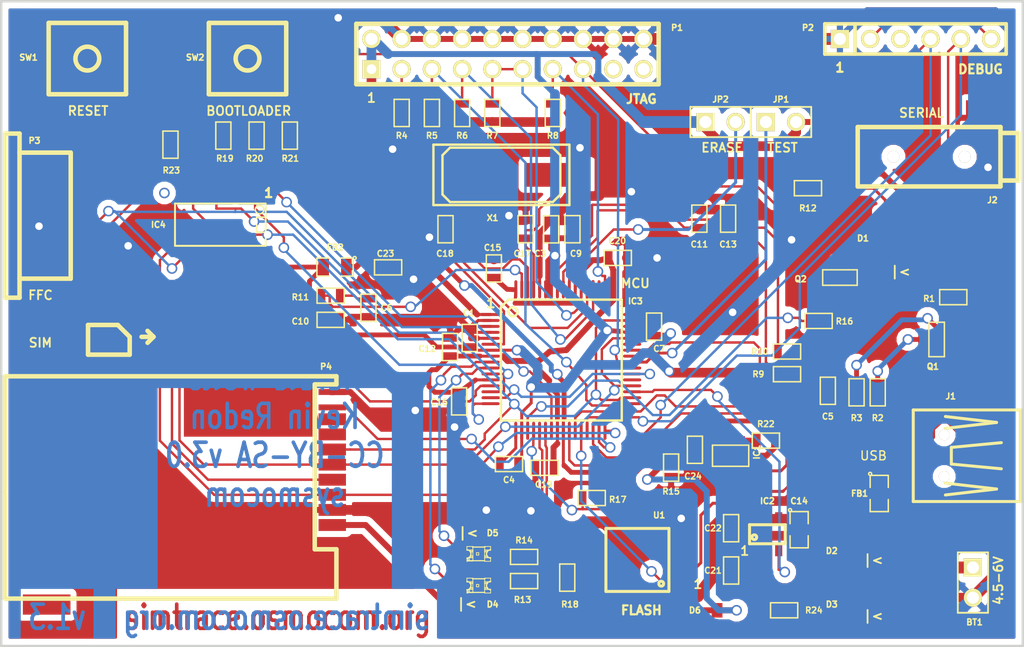
<source format=kicad_pcb>
(kicad_pcb (version 3) (host pcbnew "(2013-jul-07)-stable")
  (title_block (title SIMtrace) (rev 1.3) (company osmocom) (comment 1 "CC-BY-SA v3.0 unported"))
  (layers (15 Front signal) (0 Back signal) (18 B.Paste user) (19 F.Paste user) (20 B.SilkS user) (21 F.SilkS user) (22 B.Mask user) (23 F.Mask user) (28 Edge.Cuts user))
  (net 0 "")
  (net 1 +1.8V)
  (net 2 //RESET)
  (net 3 /A-B-DETECT)
  (net 4 /BOOTLOADER)
  (net 5 /CLK_PHONE)
  (net 6 /CLK_SIM)
  (net 7 /CS)
  (net 8 /DDM)
  (net 9 /DDP)
  (net 10 /DRXD)
  (net 11 /DTXD)
  (net 12 /I/O_PHONE)
  (net 13 /I/O_SIM)
  (net 14 /I/O_SW)
  (net 15 /LED_G)
  (net 16 /LED_R)
  (net 17 /MISO)
  (net 18 /MOSI)
  (net 19 /RST_PHONE)
  (net 20 /RST_SIM)
  (net 21 /SCK)
  (net 22 /SC_SW)
  (net 23 /SIM_PWEN)
  (net 24 /SW_SIM)
  (net 25 /TCK)
  (net 26 /TDI)
  (net 27 /TDO)
  (net 28 /TEST)
  (net 29 /TMS)
  (net 30 /UDP_PUP)
  (net 31 /USBVCC)
  (net 32 /VCC_FWD)
  (net 33 /VCC_PHONE)
  (net 34 /VCC_SIM)
  (net 35 /VPP_PHONE)
  (net 36 /VPP_SIM)
  (net 37 /WP)
  (net 38 3V3)
  (net 39 GND)
  (net 40 N-0000013)
  (net 41 N-0000015)
  (net 42 N-0000018)
  (net 43 N-0000020)
  (net 44 N-0000026)
  (net 45 N-0000029)
  (net 46 N-0000032)
  (net 47 N-0000034)
  (net 48 N-0000035)
  (net 49 N-0000036)
  (net 50 N-000004)
  (net 51 N-0000042)
  (net 52 N-0000046)
  (net 53 N-0000048)
  (net 54 N-000005)
  (net 55 N-0000050)
  (net 56 N-0000051)
  (net 57 N-0000058)
  (net 58 N-0000060)
  (net 59 N-0000061)
  (net 60 N-0000063)
  (net 61 N-0000064)
  (module SM0603 (layer Front) (at 86.32698 130.556)
    (fp_text reference R17 (at 2.19202 0.127) (layer F.SilkS) (effects (font (size 0.5 0.5) (thickness 0.1143))))
    (fp_text value 10K hide)
    (pad 1 smd rect (at -0.762 0) (size 0.635 1.143) (layers Front F.Paste F.Mask) (net 37 /WP))
    (pad 2 smd rect (at 0.762 0) (size 0.635 1.143) (layers Front F.Paste F.Mask) (net 39 GND))
  )
  (module SM0603 (layer Front) (at 105.3973 115.66398 180)
    (fp_text reference R16 (at -2.1717 -0.03302 180) (layer F.SilkS) (effects (font (size 0.5 0.5) (thickness 0.1143))))
    (fp_text value 10K hide)
    (pad 1 smd rect (at -0.762 0 180) (size 0.635 1.143) (layers Front F.Paste F.Mask) (net 40 N-0000013))
    (pad 2 smd rect (at 0.762 0 180) (size 0.635 1.143) (layers Front F.Paste F.Mask) (net 44 N-0000026))
  )
  (module SM0603 (layer Front) (at 80.645 135.509 180)
    (fp_text reference R14 (at 0 1.397 180) (layer F.SilkS) (effects (font (size 0.5 0.5) (thickness 0.1143))))
    (fp_text value 150R hide)
    (pad 1 smd rect (at -0.762 0 180) (size 0.635 1.143) (layers Front F.Paste F.Mask) (net 38 3V3))
    (pad 2 smd rect (at 0.762 0 180) (size 0.635 1.143) (layers Front F.Paste F.Mask) (net 55 N-0000050))
  )
  (module SM0603 (layer Front) (at 80.645 137.541 180)
    (fp_text reference R13 (at 0.127 -1.57226 180) (layer F.SilkS) (effects (font (size 0.5 0.5) (thickness 0.1143))))
    (fp_text value 150R hide)
    (pad 1 smd rect (at -0.762 0 180) (size 0.635 1.143) (layers Front F.Paste F.Mask) (net 38 3V3))
    (pad 2 smd rect (at 0.762 0 180) (size 0.635 1.143) (layers Front F.Paste F.Mask) (net 56 N-0000051))
  )
  (module SM0603 (layer Front) (at 104.5 104.5)
    (fp_text reference R12 (at -0.00068 1.68182) (layer F.SilkS) (effects (font (size 0.5 0.5) (thickness 0.1143))))
    (fp_text value 100K hide)
    (pad 1 smd rect (at -0.762 0) (size 0.635 1.143) (layers Front F.Paste F.Mask) (net 38 3V3))
    (pad 2 smd rect (at 0.762 0) (size 0.635 1.143) (layers Front F.Paste F.Mask) (net 2 //RESET))
  )
  (module SM0603 (layer Front) (at 64.389 113.538)
    (fp_text reference R11 (at -2.54 0.127) (layer F.SilkS) (effects (font (size 0.5 0.5) (thickness 0.1143))))
    (fp_text value 1K5 hide)
    (pad 1 smd rect (at -0.762 0) (size 0.635 1.143) (layers Front F.Paste F.Mask) (net 52 N-0000046))
    (pad 2 smd rect (at 0.762 0) (size 0.635 1.143) (layers Front F.Paste F.Mask) (net 50 N-000004))
  )
  (module SM0603 (layer Front) (at 102.743 118.237)
    (fp_text reference R10 (at -2.286 0) (layer F.SilkS) (effects (font (size 0.5 0.5) (thickness 0.1143))))
    (fp_text value 27R hide)
    (pad 1 smd rect (at -0.762 0) (size 0.635 1.143) (layers Front F.Paste F.Mask) (net 9 /DDP))
    (pad 2 smd rect (at 0.762 0) (size 0.635 1.143) (layers Front F.Paste F.Mask) (net 43 N-0000020))
  )
  (module SM0603 (layer Front) (at 102.743 120.142)
    (fp_text reference R9 (at -2.413 0) (layer F.SilkS) (effects (font (size 0.5 0.5) (thickness 0.1143))))
    (fp_text value 27R hide)
    (pad 1 smd rect (at -0.762 0) (size 0.635 1.143) (layers Front F.Paste F.Mask) (net 8 /DDM))
    (pad 2 smd rect (at 0.762 0) (size 0.635 1.143) (layers Front F.Paste F.Mask) (net 58 N-0000060))
  )
  (module SM0603 (layer Front) (at 83.058 98.171 270)
    (fp_text reference R8 (at 1.905 0 360) (layer F.SilkS) (effects (font (size 0.5 0.5) (thickness 0.1143))))
    (fp_text value 100K hide)
    (pad 1 smd rect (at -0.762 0 270) (size 0.635 1.143) (layers Front F.Paste F.Mask) (net 27 /TDO))
    (pad 2 smd rect (at 0.762 0 270) (size 0.635 1.143) (layers Front F.Paste F.Mask) (net 38 3V3))
  )
  (module SM0603 (layer Front) (at 77.978 98.171 270)
    (fp_text reference R7 (at 1.905 0 360) (layer F.SilkS) (effects (font (size 0.5 0.5) (thickness 0.1143))))
    (fp_text value 100K hide)
    (pad 1 smd rect (at -0.762 0 270) (size 0.635 1.143) (layers Front F.Paste F.Mask) (net 25 /TCK))
    (pad 2 smd rect (at 0.762 0 270) (size 0.635 1.143) (layers Front F.Paste F.Mask) (net 38 3V3))
  )
  (module SM0603 (layer Front) (at 75.438 98.171 270)
    (fp_text reference R6 (at 1.905 0 360) (layer F.SilkS) (effects (font (size 0.5 0.5) (thickness 0.1143))))
    (fp_text value 100K hide)
    (pad 1 smd rect (at -0.762 0 270) (size 0.635 1.143) (layers Front F.Paste F.Mask) (net 29 /TMS))
    (pad 2 smd rect (at 0.762 0 270) (size 0.635 1.143) (layers Front F.Paste F.Mask) (net 38 3V3))
  )
  (module SM0603 (layer Front) (at 72.898 98.171 270)
    (fp_text reference R5 (at 1.905 0 360) (layer F.SilkS) (effects (font (size 0.5 0.5) (thickness 0.1143))))
    (fp_text value 100K hide)
    (pad 1 smd rect (at -0.762 0 270) (size 0.635 1.143) (layers Front F.Paste F.Mask) (net 26 /TDI))
    (pad 2 smd rect (at 0.762 0 270) (size 0.635 1.143) (layers Front F.Paste F.Mask) (net 38 3V3))
  )
  (module SM0603 (layer Front) (at 70.358 98.171 270)
    (fp_text reference R4 (at 1.905 0 360) (layer F.SilkS) (effects (font (size 0.5 0.5) (thickness 0.1143))))
    (fp_text value 100K hide)
    (pad 1 smd rect (at -0.762 0 270) (size 0.635 1.143) (layers Front F.Paste F.Mask) (net 51 N-0000042))
    (pad 2 smd rect (at 0.762 0 270) (size 0.635 1.143) (layers Front F.Paste F.Mask) (net 38 3V3))
  )
  (module SM0603 (layer Front) (at 108.585 121.666 90)
    (fp_text reference R3 (at -2.159 0 180) (layer F.SilkS) (effects (font (size 0.5 0.5) (thickness 0.1143))))
    (fp_text value 1K5 hide)
    (pad 1 smd rect (at -0.762 0 90) (size 0.635 1.143) (layers Front F.Paste F.Mask) (net 43 N-0000020))
    (pad 2 smd rect (at 0.762 0 90) (size 0.635 1.143) (layers Front F.Paste F.Mask) (net 41 N-0000015))
  )
  (module SM0603 (layer Front) (at 110.363 121.666 90)
    (fp_text reference R2 (at -2.159 0 180) (layer F.SilkS) (effects (font (size 0.5 0.5) (thickness 0.1143))))
    (fp_text value 10K hide)
    (pad 1 smd rect (at -0.762 0 90) (size 0.635 1.143) (layers Front F.Paste F.Mask) (net 3 /A-B-DETECT))
    (pad 2 smd rect (at 0.762 0 90) (size 0.635 1.143) (layers Front F.Paste F.Mask) (net 38 3V3))
  )
  (module SM0603 (layer Front) (at 116.713 113.665 180)
    (fp_text reference R1 (at 2.032 -0.127 180) (layer F.SilkS) (effects (font (size 0.5 0.5) (thickness 0.1143))))
    (fp_text value 100K hide)
    (pad 1 smd rect (at -0.762 0 180) (size 0.635 1.143) (layers Front F.Paste F.Mask) (net 38 3V3))
    (pad 2 smd rect (at 0.762 0 180) (size 0.635 1.143) (layers Front F.Paste F.Mask) (net 30 /UDP_PUP))
  )
  (module SM0603 (layer Front) (at 69.21754 111.15802 180)
    (fp_text reference C23 (at 0.21754 1.15802 180) (layer F.SilkS) (effects (font (size 0.5 0.5) (thickness 0.1143))))
    (fp_text value 100nF hide)
    (pad 1 smd rect (at -0.762 0 180) (size 0.635 1.143) (layers Front F.Paste F.Mask) (net 60 N-0000063))
    (pad 2 smd rect (at 0.762 0 180) (size 0.635 1.143) (layers Front F.Paste F.Mask) (net 39 GND))
  )
  (module SM0603 (layer Front) (at 98.044 133.096 270)
    (fp_text reference C22 (at 0 1.524 360) (layer F.SilkS) (effects (font (size 0.5 0.5) (thickness 0.1143))))
    (fp_text value 1uF hide)
    (pad 1 smd rect (at -0.762 0 270) (size 0.635 1.143) (layers Front F.Paste F.Mask) (net 38 3V3))
    (pad 2 smd rect (at 0.762 0 270) (size 0.635 1.143) (layers Front F.Paste F.Mask) (net 39 GND))
  )
  (module SM0603 (layer Front) (at 98.044 136.652 90)
    (fp_text reference C21 (at 0 -1.524 180) (layer F.SilkS) (effects (font (size 0.5 0.5) (thickness 0.1143))))
    (fp_text value 1uF hide)
    (pad 1 smd rect (at -0.762 0 90) (size 0.635 1.143) (layers Front F.Paste F.Mask) (net 42 N-0000018))
    (pad 2 smd rect (at 0.762 0 90) (size 0.635 1.143) (layers Front F.Paste F.Mask) (net 39 GND))
  )
  (module SM0603 (layer Front) (at 88.519 110.363)
    (fp_text reference C20 (at -0.0381 -1.4351) (layer F.SilkS) (effects (font (size 0.5 0.5) (thickness 0.1143))))
    (fp_text value 100nF hide)
    (pad 1 smd rect (at -0.762 0) (size 0.635 1.143) (layers Front F.Paste F.Mask) (net 1 +1.8V))
    (pad 2 smd rect (at 0.762 0) (size 0.635 1.143) (layers Front F.Paste F.Mask) (net 39 GND))
  )
  (module SM0603 (layer Front) (at 82.3595 128.016 180)
    (fp_text reference C19 (at 0.0635 -1.397 180) (layer F.SilkS) (effects (font (size 0.5 0.5) (thickness 0.1143))))
    (fp_text value 100nF hide)
    (pad 1 smd rect (at -0.762 0 180) (size 0.635 1.143) (layers Front F.Paste F.Mask) (net 1 +1.8V))
    (pad 2 smd rect (at 0.762 0 180) (size 0.635 1.143) (layers Front F.Paste F.Mask) (net 39 GND))
  )
  (module SM0603 (layer Front) (at 74.041 107.95 270)
    (fp_text reference C18 (at 2.05 0.041 360) (layer F.SilkS) (effects (font (size 0.5 0.5) (thickness 0.1143))))
    (fp_text value 10pF hide)
    (pad 1 smd rect (at -0.762 0 270) (size 0.635 1.143) (layers Front F.Paste F.Mask) (net 48 N-0000035))
    (pad 2 smd rect (at 0.762 0 270) (size 0.635 1.143) (layers Front F.Paste F.Mask) (net 39 GND))
  )
  (module SM0603 (layer Front) (at 80.772 107.95 90)
    (fp_text reference C17 (at -2.05 -0.272 180) (layer F.SilkS) (effects (font (size 0.5 0.5) (thickness 0.1143))))
    (fp_text value 10pF hide)
    (pad 1 smd rect (at -0.762 0 90) (size 0.635 1.143) (layers Front F.Paste F.Mask) (net 47 N-0000034))
    (pad 2 smd rect (at 0.762 0 90) (size 0.635 1.143) (layers Front F.Paste F.Mask) (net 39 GND))
  )
  (module SM0603 (layer Front) (at 75.184 122.428 270)
    (fp_text reference C16 (at 0.072 1.684 360) (layer F.SilkS) (effects (font (size 0.5 0.5) (thickness 0.1143))))
    (fp_text value 100nF hide)
    (pad 1 smd rect (at -0.762 0 270) (size 0.635 1.143) (layers Front F.Paste F.Mask) (net 1 +1.8V))
    (pad 2 smd rect (at 0.762 0 270) (size 0.635 1.143) (layers Front F.Paste F.Mask) (net 39 GND))
  )
  (module SM0603 (layer Front) (at 78.105 111.252 90)
    (fp_text reference C15 (at 1.752 -0.105 180) (layer F.SilkS) (effects (font (size 0.5 0.5) (thickness 0.1143))))
    (fp_text value 100nF hide)
    (pad 1 smd rect (at -0.762 0 90) (size 0.635 1.143) (layers Front F.Paste F.Mask) (net 1 +1.8V))
    (pad 2 smd rect (at 0.762 0 90) (size 0.635 1.143) (layers Front F.Paste F.Mask) (net 39 GND))
  )
  (module SM0603 (layer Front) (at 97.79 107.061 90)
    (fp_text reference C13 (at -2.159 0 180) (layer F.SilkS) (effects (font (size 0.5 0.5) (thickness 0.1143))))
    (fp_text value 15pF hide)
    (pad 1 smd rect (at -0.762 0 90) (size 0.635 1.143) (layers Front F.Paste F.Mask) (net 9 /DDP))
    (pad 2 smd rect (at 0.762 0 90) (size 0.635 1.143) (layers Front F.Paste F.Mask) (net 39 GND))
  )
  (module SM0603 (layer Front) (at 74.422 117.856 90)
    (fp_text reference C12 (at -0.144 -1.922 180) (layer F.SilkS) (effects (font (size 0.5 0.5) (thickness 0.1143))))
    (fp_text value 2.2uF hide)
    (pad 1 smd rect (at -0.762 0 90) (size 0.635 1.143) (layers Front F.Paste F.Mask) (net 1 +1.8V))
    (pad 2 smd rect (at 0.762 0 90) (size 0.635 1.143) (layers Front F.Paste F.Mask) (net 39 GND))
  )
  (module SM0603 (layer Front) (at 95.377 107.061 90)
    (fp_text reference C11 (at -2.159 0 180) (layer F.SilkS) (effects (font (size 0.5 0.5) (thickness 0.1143))))
    (fp_text value 15pF hide)
    (pad 1 smd rect (at -0.762 0 90) (size 0.635 1.143) (layers Front F.Paste F.Mask) (net 8 /DDM))
    (pad 2 smd rect (at 0.762 0 90) (size 0.635 1.143) (layers Front F.Paste F.Mask) (net 39 GND))
  )
  (module SM0603 (layer Front) (at 64.389 115.57 180)
    (fp_text reference C10 (at 2.54 -0.127 180) (layer F.SilkS) (effects (font (size 0.5 0.5) (thickness 0.1143))))
    (fp_text value 1nF hide)
    (pad 1 smd rect (at -0.762 0 180) (size 0.635 1.143) (layers Front F.Paste F.Mask) (net 39 GND))
    (pad 2 smd rect (at 0.762 0 180) (size 0.635 1.143) (layers Front F.Paste F.Mask) (net 52 N-0000046))
  )
  (module SM0603 (layer Front) (at 84.709 107.95 90)
    (fp_text reference C9 (at -2.05 0.291 180) (layer F.SilkS) (effects (font (size 0.5 0.5) (thickness 0.1143))))
    (fp_text value 100nF hide)
    (pad 1 smd rect (at -0.762 0 90) (size 0.635 1.143) (layers Front F.Paste F.Mask) (net 38 3V3))
    (pad 2 smd rect (at 0.762 0 90) (size 0.635 1.143) (layers Front F.Paste F.Mask) (net 39 GND))
  )
  (module SM0603 (layer Front) (at 91.567 116.1415 90)
    (fp_text reference C7 (at -1.8585 0.433 180) (layer F.SilkS) (effects (font (size 0.5 0.5) (thickness 0.1143))))
    (fp_text value 100nF hide)
    (pad 1 smd rect (at -0.762 0 90) (size 0.635 1.143) (layers Front F.Paste F.Mask) (net 38 3V3))
    (pad 2 smd rect (at 0.762 0 90) (size 0.635 1.143) (layers Front F.Paste F.Mask) (net 39 GND))
  )
  (module SM0603 (layer Front) (at 67.564 114.554 90)
    (fp_text reference C6 (at 0 1.524 180) (layer F.SilkS) (effects (font (size 0.5 0.5) (thickness 0.1143))))
    (fp_text value 10nF hide)
    (pad 1 smd rect (at -0.762 0 90) (size 0.635 1.143) (layers Front F.Paste F.Mask) (net 39 GND))
    (pad 2 smd rect (at 0.762 0 90) (size 0.635 1.143) (layers Front F.Paste F.Mask) (net 50 N-000004))
  )
  (module SM0603 (layer Front) (at 106.172 121.539 90)
    (fp_text reference C5 (at -2.159 0 180) (layer F.SilkS) (effects (font (size 0.5 0.5) (thickness 0.1143))))
    (fp_text value 33pF hide)
    (pad 1 smd rect (at -0.762 0 90) (size 0.635 1.143) (layers Front F.Paste F.Mask) (net 58 N-0000060))
    (pad 2 smd rect (at 0.762 0 90) (size 0.635 1.143) (layers Front F.Paste F.Mask) (net 43 N-0000020))
  )
  (module SM0603 (layer Front) (at 79.375 127.6985 180)
    (fp_text reference C4 (at 0 -1.3335 180) (layer F.SilkS) (effects (font (size 0.5 0.5) (thickness 0.1143))))
    (fp_text value 100nF hide)
    (pad 1 smd rect (at -0.762 0 180) (size 0.635 1.143) (layers Front F.Paste F.Mask) (net 38 3V3))
    (pad 2 smd rect (at 0.762 0 180) (size 0.635 1.143) (layers Front F.Paste F.Mask) (net 39 GND))
  )
  (module SM0603 (layer Front) (at 82.92338 107.96016 90)
    (fp_text reference C3 (at -2.03984 -0.92338 180) (layer F.SilkS) (effects (font (size 0.5 0.5) (thickness 0.1143))))
    (fp_text value 100nF hide)
    (pad 1 smd rect (at -0.762 0 90) (size 0.635 1.143) (layers Front F.Paste F.Mask) (net 38 3V3))
    (pad 2 smd rect (at 0.762 0 90) (size 0.635 1.143) (layers Front F.Paste F.Mask) (net 39 GND))
  )
  (module SM0603 (layer Front) (at 76.073 117.094 90)
    (fp_text reference C1 (at 2.094 -0.073 180) (layer F.SilkS) (effects (font (size 0.5 0.5) (thickness 0.1143))))
    (fp_text value 2.2uF hide)
    (pad 1 smd rect (at -0.762 0 90) (size 0.635 1.143) (layers Front F.Paste F.Mask) (net 38 3V3))
    (pad 2 smd rect (at 0.762 0 90) (size 0.635 1.143) (layers Front F.Paste F.Mask) (net 39 GND))
  )
  (module SM0805 (layer Front) (at 64.7573 111.13262 180)
    (fp_text reference FB2 (at -0.0127 1.65862 180) (layer F.SilkS) (effects (font (size 0.5 0.5) (thickness 0.125))))
    (fp_text value FILTER hide)
    (pad 1 smd rect (at -0.9525 0 180) (size 0.889 1.397) (layers Front F.Paste F.Mask) (net 60 N-0000063))
    (pad 2 smd rect (at 0.9525 0 180) (size 0.889 1.397) (layers Front F.Paste F.Mask) (net 38 3V3))
  )
  (module SM0805 (layer Front) (at 110.49 130.175 270)
    (fp_text reference FB1 (at 0 1.651 360) (layer F.SilkS) (effects (font (size 0.5 0.5) (thickness 0.125))))
    (fp_text value FILTER hide)
    (pad 1 smd rect (at -0.9525 0 270) (size 0.889 1.397) (layers Front F.Paste F.Mask) (net 59 N-0000061))
    (pad 2 smd rect (at 0.9525 0 270) (size 0.889 1.397) (layers Front F.Paste F.Mask) (net 31 /USBVCC))
  )
  (module TQFP_64 (layer Front) (at 83.693 118.872 270)
    (fp_text reference IC3 (at -4.872 -6.307 360) (layer F.SilkS) (effects (font (size 0.5 0.5) (thickness 0.125))))
    (fp_text value MCU (at -6.372 -6.307 360) (layer F.SilkS) (effects (font (size 0.75 0.75) (thickness 0.1524))))
    (pad 1 smd rect (at -3.74904 5.86994 270) (size 0.24892 1.524) (layers Front F.Paste F.Mask) (net 60 N-0000063))
    (pad 2 smd oval (at -3.24866 5.86994 270) (size 0.24892 1.524) (layers Front F.Paste F.Mask) (net 39 GND))
    (pad 3 smd oval (at -2.74828 5.86994 270) (size 0.24892 1.524) (layers Front F.Paste F.Mask) (net 39 GND))
    (pad 4 smd oval (at -2.2479 5.86994 270) (size 0.24892 1.524) (layers Front F.Paste F.Mask) (net 39 GND))
    (pad 5 smd oval (at -1.74752 5.86994 270) (size 0.24892 1.524) (layers Front F.Paste F.Mask) (net 39 GND))
    (pad 6 smd oval (at -1.24968 5.86994 270) (size 0.24892 1.524) (layers Front F.Paste F.Mask) (net 61 N-0000064))
    (pad 7 smd oval (at -0.7493 5.86994 270) (size 0.24892 1.524) (layers Front F.Paste F.Mask) (net 38 3V3))
    (pad 8 smd oval (at -0.24892 5.86994 270) (size 0.24892 1.524) (layers Front F.Paste F.Mask) (net 1 +1.8V))
    (pad 9 smd oval (at 0.25146 5.86994 270) (size 0.24892 1.524) (layers Front F.Paste F.Mask) (net 16 /LED_R))
    (pad 10 smd oval (at 0.75184 5.86994 270) (size 0.24892 1.524) (layers Front F.Paste F.Mask) (net 15 /LED_G))
    (pad 11 smd oval (at 1.25222 5.86994 270) (size 0.24892 1.524) (layers Front F.Paste F.Mask) (net 12 /I/O_PHONE))
    (pad 12 smd oval (at 1.75006 5.86994 270) (size 0.24892 1.524) (layers Front F.Paste F.Mask) (net 1 +1.8V))
    (pad 13 smd oval (at 2.25044 5.86994 270) (size 0.24892 1.524) (layers Front F.Paste F.Mask) (net 14 /I/O_SW))
    (pad 14 smd oval (at 2.75082 5.86994 270) (size 0.24892 1.524) (layers Front F.Paste F.Mask) (net 12 /I/O_PHONE))
    (pad 15 smd oval (at 3.2512 5.86994 270) (size 0.24892 1.524) (layers Front F.Paste F.Mask) (net 5 /CLK_PHONE))
    (pad 16 smd oval (at 3.75158 5.86994 270) (size 0.24892 1.524) (layers Front F.Paste F.Mask) (net 22 /SC_SW))
    (pad 17 smd oval (at 6.0325 3.74904 270) (size 1.524 0.24892) (layers Front F.Paste F.Mask) (net 39 GND))
    (pad 18 smd oval (at 6.0325 3.24866 270) (size 1.524 0.24892) (layers Front F.Paste F.Mask) (net 38 3V3))
    (pad 19 smd oval (at 6.0325 2.74828 270) (size 1.524 0.24892) (layers Front F.Paste F.Mask) (net 44 N-0000026))
    (pad 20 smd oval (at 6.0325 2.2479 270) (size 1.524 0.24892) (layers Front F.Paste F.Mask) (net 37 /WP))
    (pad 21 smd oval (at 6.0325 1.74752 270) (size 1.524 0.24892) (layers Front F.Paste F.Mask) (net 21 /SCK))
    (pad 22 smd oval (at 6.0325 1.24968 270) (size 1.524 0.24892) (layers Front F.Paste F.Mask) (net 18 /MOSI))
    (pad 23 smd oval (at 6.0325 0.7493 270) (size 1.524 0.24892) (layers Front F.Paste F.Mask) (net 19 /RST_PHONE))
    (pad 24 smd oval (at 6.0325 0.24892 270) (size 1.524 0.24892) (layers Front F.Paste F.Mask) (net 1 +1.8V))
    (pad 25 smd oval (at 6.0325 -0.25146 270) (size 1.524 0.24892) (layers Front F.Paste F.Mask) (net 33 /VCC_PHONE))
    (pad 26 smd oval (at 6.0325 -0.75184 270) (size 1.524 0.24892) (layers Front F.Paste F.Mask) (net 32 /VCC_FWD))
    (pad 27 smd oval (at 6.0325 -1.25222 270) (size 1.524 0.24892) (layers Front F.Paste F.Mask) (net 17 /MISO))
    (pad 28 smd oval (at 6.0325 -1.75006 270) (size 1.524 0.24892) (layers Front F.Paste F.Mask) (net 7 /CS))
    (pad 29 smd oval (at 6.0325 -2.25044 270) (size 1.524 0.24892) (layers Front F.Paste F.Mask) (net 11 /DTXD))
    (pad 30 smd oval (at 6.0325 -2.75082 270) (size 1.524 0.24892) (layers Front F.Paste F.Mask) (net 10 /DRXD))
    (pad 31 smd oval (at 6.0325 -3.2512 270) (size 1.524 0.24892) (layers Front F.Paste F.Mask) (net 24 /SW_SIM))
    (pad 32 smd oval (at 6.0325 -3.75158 270) (size 1.524 0.24892) (layers Front F.Paste F.Mask) (net 20 /RST_SIM))
    (pad 33 smd oval (at 3.75158 -6.0325 270) (size 0.24892 1.524) (layers Front F.Paste F.Mask) (net 26 /TDI))
    (pad 34 smd oval (at 3.2512 -6.0325 270) (size 0.24892 1.524) (layers Front F.Paste F.Mask) (net 13 /I/O_SIM))
    (pad 35 smd oval (at 2.75082 -6.0325 270) (size 0.24892 1.524) (layers Front F.Paste F.Mask) (net 23 /SIM_PWEN))
    (pad 36 smd oval (at 2.25044 -6.0325 270) (size 0.24892 1.524) (layers Front F.Paste F.Mask) (net 6 /CLK_SIM))
    (pad 37 smd oval (at 1.75006 -6.0325 270) (size 0.24892 1.524) (layers Front F.Paste F.Mask))
    (pad 38 smd oval (at 1.25222 -6.0325 270) (size 0.24892 1.524) (layers Front F.Paste F.Mask) (net 5 /CLK_PHONE))
    (pad 39 smd oval (at 0.75184 -6.0325 270) (size 0.24892 1.524) (layers Front F.Paste F.Mask) (net 2 //RESET))
    (pad 40 smd oval (at 0.25146 -6.0325 270) (size 0.24892 1.524) (layers Front F.Paste F.Mask) (net 28 /TEST))
    (pad 41 smd oval (at -0.24892 -6.0325 270) (size 0.24892 1.524) (layers Front F.Paste F.Mask) (net 3 /A-B-DETECT))
    (pad 42 smd oval (at -0.7493 -6.0325 270) (size 0.24892 1.524) (layers Front F.Paste F.Mask))
    (pad 43 smd oval (at -1.24968 -6.0325 270) (size 0.24892 1.524) (layers Front F.Paste F.Mask))
    (pad 44 smd oval (at -1.74752 -6.0325 270) (size 0.24892 1.524) (layers Front F.Paste F.Mask) (net 6 /CLK_SIM))
    (pad 45 smd oval (at -2.2479 -6.0325 270) (size 0.24892 1.524) (layers Front F.Paste F.Mask) (net 38 3V3))
    (pad 46 smd oval (at -2.74828 -6.0325 270) (size 0.24892 1.524) (layers Front F.Paste F.Mask) (net 39 GND))
    (pad 47 smd oval (at -3.24866 -6.0325 270) (size 0.24892 1.524) (layers Front F.Paste F.Mask) (net 13 /I/O_SIM))
    (pad 48 smd oval (at -3.74904 -6.0325 270) (size 0.24892 1.524) (layers Front F.Paste F.Mask) (net 39 GND))
    (pad 49 smd oval (at -5.86994 -3.75158 270) (size 1.524 0.24892) (layers Front F.Paste F.Mask) (net 27 /TDO))
    (pad 50 smd oval (at -5.86994 -3.2512 270) (size 1.524 0.24892) (layers Front F.Paste F.Mask))
    (pad 52 smd oval (at -5.86994 -2.25044 270) (size 1.524 0.24892) (layers Front F.Paste F.Mask) (net 4 /BOOTLOADER))
    (pad 51 smd oval (at -5.88772 -2.75082 270) (size 1.524 0.24892) (layers Front F.Paste F.Mask) (net 29 /TMS))
    (pad 53 smd oval (at -5.86994 -1.75006 270) (size 1.524 0.24892) (layers Front F.Paste F.Mask) (net 25 /TCK))
    (pad 54 smd oval (at -5.86994 -1.25222 270) (size 1.524 0.24892) (layers Front F.Paste F.Mask) (net 1 +1.8V))
    (pad 55 smd oval (at -5.86994 -0.75184 270) (size 1.524 0.24892) (layers Front F.Paste F.Mask) (net 53 N-0000048))
    (pad 56 smd oval (at -5.86994 -0.25146 270) (size 1.524 0.24892) (layers Front F.Paste F.Mask) (net 8 /DDM))
    (pad 57 smd oval (at -5.86994 0.24892 270) (size 1.524 0.24892) (layers Front F.Paste F.Mask) (net 9 /DDP))
    (pad 58 smd oval (at -5.86994 0.7493 270) (size 1.524 0.24892) (layers Front F.Paste F.Mask) (net 38 3V3))
    (pad 59 smd oval (at -5.86994 1.24206 270) (size 1.524 0.24892) (layers Front F.Paste F.Mask) (net 38 3V3))
    (pad 60 smd oval (at -5.86994 1.74244 270) (size 1.524 0.24892) (layers Front F.Paste F.Mask) (net 39 GND))
    (pad 61 smd oval (at -5.86994 2.24282 270) (size 1.524 0.24892) (layers Front F.Paste F.Mask) (net 47 N-0000034))
    (pad 62 smd oval (at -5.86994 2.7432 270) (size 1.524 0.24892) (layers Front F.Paste F.Mask) (net 48 N-0000035))
    (pad 63 smd oval (at -5.86994 3.24104 270) (size 1.524 0.24892) (layers Front F.Paste F.Mask) (net 52 N-0000046))
    (pad 64 smd oval (at -5.86994 3.74142 270) (size 1.524 0.24892) (layers Front F.Paste F.Mask) (net 1 +1.8V))
  )
  (module PIN_ARRAY-6X1 (layer Front) (at 113.538 91.948)
    (fp_text reference P2 (at -9.038 -0.948) (layer F.SilkS) (effects (font (size 0.5 0.5) (thickness 0.125))))
    (fp_text value DEBUG (at 5.462 2.552) (layer F.SilkS) (effects (font (size 0.75 0.75) (thickness 0.1875))))
    (pad 1 thru_hole rect (at -6.35 0) (size 1.524 1.524) (drill 1.016) (layers *.Cu *.Mask F.SilkS) (net 39 GND))
    (pad 2 thru_hole circle (at -3.81 0) (size 1.524 1.524) (drill 1.016) (layers *.Cu *.Mask F.SilkS) (net 45 N-0000029))
    (pad 3 thru_hole circle (at -1.27 0) (size 1.524 1.524) (drill 1.016) (layers *.Cu *.Mask F.SilkS))
    (pad 4 thru_hole circle (at 1.27 0) (size 1.524 1.524) (drill 1.016) (layers *.Cu *.Mask F.SilkS) (net 10 /DRXD))
    (pad 5 thru_hole circle (at 3.81 0) (size 1.524 1.524) (drill 1.016) (layers *.Cu *.Mask F.SilkS) (net 11 /DTXD))
    (pad 6 thru_hole circle (at 6.35 0) (size 1.524 1.524) (drill 1.016) (layers *.Cu *.Mask F.SilkS) (net 45 N-0000029))
  )
  (module SOT23_BC847 (layer Front) (at 107.188 112.014)
    (fp_text reference Q2 (at -3.302 0.127) (layer F.SilkS) (effects (font (size 0.5 0.5) (thickness 0.125))))
    (fp_text value BC847 hide)
    (pad 1 smd rect (at -1.00076 1.09982) (size 0.8001 0.89916) (layers Front F.Paste F.Mask) (net 40 N-0000013))
    (pad 2 smd rect (at 1.00076 1.09982) (size 0.8001 0.89916) (layers Front F.Paste F.Mask) (net 39 GND))
    (pad 3 smd rect (at 0 -1.09982) (size 0.8001 0.89916) (layers Front F.Paste F.Mask) (net 30 /UDP_PUP))
  )
  (module SOT23_BC847 (layer Front) (at 115.316 117.221 90)
    (fp_text reference Q1 (at -2.279 -0.316 180) (layer F.SilkS) (effects (font (size 0.5 0.5) (thickness 0.125))))
    (fp_text value BC847 hide)
    (pad 1 smd rect (at -1.00076 1.09982 90) (size 0.8001 0.89916) (layers Front F.Paste F.Mask) (net 30 /UDP_PUP))
    (pad 2 smd rect (at 1.00076 1.09982 90) (size 0.8001 0.89916) (layers Front F.Paste F.Mask) (net 41 N-0000015))
    (pad 3 smd rect (at 0 -1.09982 90) (size 0.8001 0.89916) (layers Front F.Paste F.Mask) (net 38 3V3))
  )
  (module PUSH_BUTTON (layer Front) (at 43.942 93.599 180)
    (fp_text reference SW1 (at 4.942 0.099 180) (layer F.SilkS) (effects (font (size 0.5 0.5) (thickness 0.125))))
    (fp_text value RESET (at -0.058 -4.401 180) (layer F.SilkS) (effects (font (size 0.75 0.75) (thickness 0.14986))))
    (pad 2 smd rect (at -3.40106 1.99898 180) (size 3.2004 1.00076) (layers Front F.Paste F.Mask) (net 39 GND))
    (pad 1 smd rect (at -3.40106 -1.99898 180) (size 3.2004 1.00076) (layers Front F.Paste F.Mask) (net 2 //RESET))
    (pad 1' smd rect (at 3.40106 -1.99898 180) (size 3.2004 1.00076) (layers Front F.Paste F.Mask))
    (pad 2' smd rect (at 3.40106 1.99898 180) (size 3.2004 1.00076) (layers Front F.Paste F.Mask))
  )
  (module PUSH_BUTTON (layer Front) (at 57.404 93.599 180)
    (fp_text reference SW2 (at 4.404 0.099 180) (layer F.SilkS) (effects (font (size 0.5 0.5) (thickness 0.125))))
    (fp_text value BOOTLOADER (at -0.096 -4.401 180) (layer F.SilkS) (effects (font (size 0.75 0.75) (thickness 0.14986))))
    (pad 2 smd rect (at -3.40106 1.99898 180) (size 3.2004 1.00076) (layers Front F.Paste F.Mask) (net 39 GND))
    (pad 1 smd rect (at -3.40106 -1.99898 180) (size 3.2004 1.00076) (layers Front F.Paste F.Mask) (net 4 /BOOTLOADER))
    (pad 1' smd rect (at 3.40106 -1.99898 180) (size 3.2004 1.00076) (layers Front F.Paste F.Mask))
    (pad 2' smd rect (at 3.40106 1.99898 180) (size 3.2004 1.00076) (layers Front F.Paste F.Mask))
  )
  (module USB-MINI-B_UX60 (layer Front) (at 115.951 127 90)
    (fp_text reference J1 (at 5 0.549 180) (layer F.SilkS) (effects (font (size 0.5 0.5) (thickness 0.125))))
    (fp_text value USB (at 0 -5.951 180) (layer F.SilkS) (effects (font (size 0.75 0.75) (thickness 0.1143))))
    (pad "" thru_hole circle (at -1.75006 0 90) (size 0.89916 0.89916) (drill 0.89916) (layers *.Cu *.Mask F.SilkS))
    (pad "" thru_hole circle (at 1.75006 0 90) (size 0.89916 0.89916) (drill 0.89916) (layers *.Cu *.Mask F.SilkS))
    (pad 2 smd rect (at -0.8001 -2.25044 90) (size 0.50038 1.99898) (layers Front F.Paste F.Mask) (net 58 N-0000060))
    (pad 3 smd rect (at 0 -2.25044 90) (size 0.50038 1.99898) (layers Front F.Paste F.Mask) (net 43 N-0000020))
    (pad 4 smd rect (at 0.8001 -2.25044 90) (size 0.50038 1.99898) (layers Front F.Paste F.Mask) (net 3 /A-B-DETECT))
    (pad 5 smd rect (at 1.6002 -2.25044 90) (size 0.50038 1.99898) (layers Front F.Paste F.Mask) (net 39 GND))
    (pad 1 smd rect (at -1.6002 -2.25044 90) (size 0.50038 1.99898) (layers Front F.Paste F.Mask) (net 59 N-0000061))
    (pad "" smd rect (at -4.20116 -1.99898 90) (size 2.49936 2.19964) (layers Front F.Paste F.Mask))
    (pad "" smd rect (at 4.20116 -1.99898 90) (size 2.49936 2.19964) (layers Front F.Paste F.Mask))
    (pad "" smd rect (at -4.20116 3.29946 90) (size 2.49936 2.19964) (layers Front F.Paste F.Mask))
    (pad "" smd rect (at 4.20116 3.29946 90) (size 2.49936 2.19964) (layers Front F.Paste F.Mask))
  )
  (module SIM_AMPHENOL (layer Front) (at 63.373 129.667 180)
    (fp_text reference P4 (at -0.627 10.167 180) (layer F.SilkS) (effects (font (size 0.5 0.5) (thickness 0.125))))
    (fp_text value SIM (at 23.373 12.167 180) (layer F.SilkS) (effects (font (size 0.75 0.75) (thickness 0.14986))))
    (pad C1 smd rect (at -1.15062 -3.15976 180) (size 2.30124 1.00076) (layers Front F.Paste F.Mask) (net 34 /VCC_SIM))
    (pad C5 smd rect (at -1.15062 -1.88976 180) (size 2.30124 1.00076) (layers Front F.Paste F.Mask) (net 39 GND))
    (pad C6 smd rect (at -1.15062 0.65024 180) (size 2.30124 1.00076) (layers Front F.Paste F.Mask) (net 36 /VPP_SIM))
    (pad C2 smd rect (at -1.15062 -0.61976 180) (size 2.30124 1.00076) (layers Front F.Paste F.Mask) (net 20 /RST_SIM))
    (pad C3 smd rect (at -1.15062 1.92024 180) (size 2.30124 1.00076) (layers Front F.Paste F.Mask) (net 6 /CLK_SIM))
    (pad C7 smd rect (at -1.15062 3.19024 180) (size 2.30124 1.00076) (layers Front F.Paste F.Mask) (net 13 /I/O_SIM))
    (pad C4 smd rect (at -1.15062 4.46024 180) (size 2.30124 1.00076) (layers Front F.Paste F.Mask))
    (pad C8 smd rect (at -1.15062 5.73024 180) (size 2.30124 1.00076) (layers Front F.Paste F.Mask) (clearance 0.20066))
    (pad SW1 smd rect (at -1.15062 6.731 180) (size 2.30124 0.50038) (layers Front F.Paste F.Mask) (net 24 /SW_SIM) (clearance 0.20066))
    (pad SW2 smd rect (at -1.15062 8.02894 180) (size 2.30124 0.50038) (layers Front F.Paste F.Mask) (net 39 GND))
    (pad "" smd rect (at 23.35022 0 180) (size 2.99974 1.19888) (layers Front))
    (pad "" smd rect (at 23.35022 5.08 180) (size 2.99974 1.19888) (layers Front))
    (pad "" smd rect (at 23.35022 2.54 180) (size 2.99974 1.19888) (layers Front))
    (pad "" smd rect (at 23.35022 -2.54 180) (size 2.99974 1.19888) (layers Front))
    (pad "" smd rect (at 15.73022 -2.54 180) (size 2.99974 1.19888) (layers Front))
    (pad "" smd rect (at 15.73022 0 180) (size 2.99974 1.19888) (layers Front))
    (pad "" smd rect (at 15.73022 2.54 180) (size 2.99974 1.19888) (layers Front))
    (pad "" smd rect (at 15.73022 5.08 180) (size 2.99974 1.19888) (layers Front))
    (pad "" smd rect (at 5.81914 6.46938 180) (size 11.00074 4.39928) (layers Front))
    (pad "" smd rect (at 22.84984 9.85012 180) (size 4.0005 1.69926) (layers Front F.Paste F.Mask))
    (pad "" smd rect (at 22.84984 -9.85012 180) (size 4.0005 1.69926) (layers Front F.Paste F.Mask))
  )
  (module SSOP20_BDQ (layer Front) (at 55.118 107.569 180)
    (fp_text reference IC4 (at 5.207 0 180) (layer F.SilkS) (effects (font (size 0.5 0.5) (thickness 0.125))))
    (fp_text value CB3Q3244 hide)
    (pad 1 smd rect (at -2.921 2.667 180) (size 0.4064 1.89992) (layers Front F.Paste F.Mask) (net 22 /SC_SW))
    (pad 2 smd rect (at -2.286 2.667 180) (size 0.4064 1.89992) (layers Front F.Paste F.Mask))
    (pad 3 smd rect (at -1.6256 2.667 180) (size 0.4064 1.89992) (layers Front F.Paste F.Mask))
    (pad 4 smd rect (at -0.9652 2.667 180) (size 0.4064 1.89992) (layers Front F.Paste F.Mask) (net 19 /RST_PHONE))
    (pad 5 smd rect (at -0.3302 2.667 180) (size 0.4064 1.89992) (layers Front F.Paste F.Mask))
    (pad 6 smd rect (at 0.3302 2.667 180) (size 0.4064 1.89992) (layers Front F.Paste F.Mask) (net 5 /CLK_PHONE))
    (pad 7 smd rect (at 0.9906 2.667 180) (size 0.4064 1.89992) (layers Front F.Paste F.Mask))
    (pad 8 smd rect (at 1.6256 2.667 180) (size 0.4064 1.89992) (layers Front F.Paste F.Mask) (net 35 /VPP_PHONE))
    (pad 9 smd rect (at 2.286 2.667 180) (size 0.4064 1.89992) (layers Front F.Paste F.Mask) (net 13 /I/O_SIM))
    (pad 10 smd rect (at 2.921 2.667 180) (size 0.4064 1.89992) (layers Front F.Paste F.Mask) (net 39 GND))
    (pad 11 smd rect (at 2.921 -2.667 180) (size 0.4064 1.89992) (layers Front F.Paste F.Mask) (net 12 /I/O_PHONE))
    (pad 12 smd rect (at 2.286 -2.667 180) (size 0.4064 1.89992) (layers Front F.Paste F.Mask) (net 36 /VPP_SIM))
    (pad 13 smd rect (at 1.6256 -2.667 180) (size 0.4064 1.89992) (layers Front F.Paste F.Mask))
    (pad 14 smd rect (at 0.9906 -2.667 180) (size 0.4064 1.89992) (layers Front F.Paste F.Mask) (net 6 /CLK_SIM))
    (pad 15 smd rect (at 0.3302 -2.667 180) (size 0.4064 1.89992) (layers Front F.Paste F.Mask))
    (pad 16 smd rect (at -0.3302 -2.667 180) (size 0.4064 1.89992) (layers Front F.Paste F.Mask) (net 20 /RST_SIM))
    (pad 17 smd rect (at -0.9652 -2.667 180) (size 0.4064 1.89992) (layers Front F.Paste F.Mask))
    (pad 18 smd rect (at -1.6256 -2.667 180) (size 0.4064 1.89992) (layers Front F.Paste F.Mask))
    (pad 19 smd rect (at -2.286 -2.667 180) (size 0.4064 1.89992) (layers Front F.Paste F.Mask) (net 14 /I/O_SW))
    (pad 20 smd rect (at -2.921 -2.667 180) (size 0.4064 1.89992) (layers Front F.Paste F.Mask) (net 38 3V3))
  )
  (module SM0603 (layer Front) (at 100.965 125.73 180)
    (fp_text reference R22 (at 0 1.397 180) (layer F.SilkS) (effects (font (size 0.5 0.5) (thickness 0.1143))))
    (fp_text value 100K hide)
    (pad 1 smd rect (at -0.762 0 180) (size 0.635 1.143) (layers Front F.Paste F.Mask) (net 33 /VCC_PHONE))
    (pad 2 smd rect (at 0.762 0 180) (size 0.635 1.143) (layers Front F.Paste F.Mask) (net 49 N-0000036))
  )
  (module SM0603 (layer Front) (at 60.96 100.076 270)
    (fp_text reference R21 (at 1.924 -0.04 360) (layer F.SilkS) (effects (font (size 0.5 0.5) (thickness 0.1143))))
    (fp_text value 10k1% hide)
    (pad 1 smd rect (at -0.762 0 270) (size 0.635 1.143) (layers Front F.Paste F.Mask) (net 39 GND))
    (pad 2 smd rect (at 0.762 0 270) (size 0.635 1.143) (layers Front F.Paste F.Mask) (net 61 N-0000064))
  )
  (module SM0603 (layer Front) (at 58.166 100.076 90)
    (fp_text reference R20 (at -1.924 -0.166 180) (layer F.SilkS) (effects (font (size 0.5 0.5) (thickness 0.1143))))
    (fp_text value 10k1% hide)
    (pad 1 smd rect (at -0.762 0 90) (size 0.635 1.143) (layers Front F.Paste F.Mask) (net 33 /VCC_PHONE))
    (pad 2 smd rect (at 0.762 0 90) (size 0.635 1.143) (layers Front F.Paste F.Mask) (net 61 N-0000064))
  )
  (module SM0603 (layer Front) (at 55.372 100.076 270)
    (fp_text reference R19 (at 1.924 -0.128 360) (layer F.SilkS) (effects (font (size 0.5 0.5) (thickness 0.1143))))
    (fp_text value 100K hide)
    (pad 1 smd rect (at -0.762 0 270) (size 0.635 1.143) (layers Front F.Paste F.Mask) (net 39 GND))
    (pad 2 smd rect (at 0.762 0 270) (size 0.635 1.143) (layers Front F.Paste F.Mask) (net 33 /VCC_PHONE))
  )
  (module SM0603 (layer Front) (at 95 126.5 270)
    (fp_text reference C24 (at 2.23 0.155 360) (layer F.SilkS) (effects (font (size 0.5 0.5) (thickness 0.1143))))
    (fp_text value 100nF hide)
    (pad 1 smd rect (at -0.762 0 270) (size 0.635 1.143) (layers Front F.Paste F.Mask) (net 34 /VCC_SIM))
    (pad 2 smd rect (at 0.762 0 270) (size 0.635 1.143) (layers Front F.Paste F.Mask) (net 39 GND))
  )
  (module SOT26 (layer Front) (at 101.092 133.604)
    (fp_text reference IC2 (at 0 -2.794) (layer F.SilkS) (effects (font (size 0.5 0.5) (thickness 0.125))))
    (fp_text value AP7332 hide)
    (pad 1 smd rect (at -0.94996 1.30048) (size 0.59944 1.09982) (layers Front F.Paste F.Mask) (net 42 N-0000018))
    (pad 2 smd rect (at 0 1.30048) (size 0.59944 1.09982) (layers Front F.Paste F.Mask) (net 39 GND))
    (pad 3 smd rect (at 0.94996 1.30048) (size 0.59944 1.09982) (layers Front F.Paste F.Mask) (net 23 /SIM_PWEN))
    (pad 6 smd rect (at -0.94996 -1.30048) (size 0.59944 1.09982) (layers Front F.Paste F.Mask) (net 38 3V3))
    (pad 5 smd rect (at 0 -1.30048) (size 0.59944 1.09982) (layers Front F.Paste F.Mask) (net 57 N-0000058))
    (pad 4 smd rect (at 0.94996 -1.30048) (size 0.59944 1.09982) (layers Front F.Paste F.Mask) (net 57 N-0000058))
  )
  (module PIN_ARRAY_2X1 (layer Front) (at 118.364 137.668 270)
    (fp_text reference BT1 (at 3.332 -0.136 360) (layer F.SilkS) (effects (font (size 0.5 0.5) (thickness 0.125))))
    (fp_text value 4.5-6V (at -0.16764 -2.13614 270) (layer F.SilkS) (effects (font (size 0.75 0.75) (thickness 0.1524))))
    (pad 1 thru_hole rect (at -1.27 0 270) (size 1.524 1.524) (drill 1.016) (layers *.Cu *.Mask F.SilkS) (net 46 N-0000032))
    (pad 2 thru_hole circle (at 1.27 0 270) (size 1.524 1.524) (drill 1.016) (layers *.Cu *.Mask F.SilkS) (net 39 GND))
  )
  (module SOC008_WIDE (layer Front) (at 90.17 135.763 270)
    (fp_text reference U1 (at -3.76174 -1.8288 360) (layer F.SilkS) (effects (font (size 0.5 0.5) (thickness 0.125))))
    (fp_text value FLASH (at 4.237 -0.33 360) (layer F.SilkS) (effects (font (size 0.75 0.75) (thickness 0.1875))))
    (pad 4 smd rect (at -1.905 -3.6957 270) (size 0.50038 0.96266) (layers Front F.Paste F.Mask) (net 39 GND))
    (pad 1 smd rect (at 1.905 -3.6957 270) (size 0.50038 0.96266) (layers Front F.Paste F.Mask) (net 7 /CS))
    (pad 2 smd rect (at 0.635 -3.6957 270) (size 0.50038 0.96266) (layers Front F.Paste F.Mask) (net 17 /MISO))
    (pad 3 smd rect (at -0.635 -3.6957 270) (size 0.50038 0.96266) (layers Front F.Paste F.Mask) (net 37 /WP))
    (pad 8 smd rect (at 1.905 3.6957 270) (size 0.50038 0.96266) (layers Front F.Paste F.Mask) (net 38 3V3))
    (pad 7 smd rect (at 0.635 3.6957 270) (size 0.50038 0.96266) (layers Front F.Paste F.Mask) (net 54 N-000005))
    (pad 6 smd rect (at -0.635 3.69316 270) (size 0.50038 0.96266) (layers Front F.Paste F.Mask) (net 21 /SCK))
    (pad 5 smd rect (at -1.905 3.6957 270) (size 0.50038 0.96266) (layers Front F.Paste F.Mask) (net 18 /MOSI))
  )
  (module LED-0805 (layer Front) (at 76.835 135.255 180)
    (fp_text reference D5 (at -1.165 1.755 180) (layer F.SilkS) (effects (font (size 0.5 0.5) (thickness 0.125))))
    (fp_text value GREEN hide)
    (pad 1 smd rect (at -1.04902 0 180) (size 1.19888 1.19888) (layers Front F.Paste F.Mask) (net 55 N-0000050))
    (pad 2 smd rect (at 1.04902 0 180) (size 1.19888 1.19888) (layers Front F.Paste F.Mask) (net 15 /LED_G))
  )
  (module LED-0805 (layer Front) (at 76.835 137.922 180)
    (fp_text reference D4 (at -1.165 -1.578 180) (layer F.SilkS) (effects (font (size 0.5 0.5) (thickness 0.125))))
    (fp_text value RED hide)
    (pad 1 smd rect (at -1.04902 0 180) (size 1.19888 1.19888) (layers Front F.Paste F.Mask) (net 56 N-0000051))
    (pad 2 smd rect (at 1.04902 0 180) (size 1.19888 1.19888) (layers Front F.Paste F.Mask) (net 16 /LED_R))
  )
  (module PIN_ARRAY_10X2 (layer Front) (at 81.788 93.218)
    (fp_text reference P1 (at 11.712 -2.218) (layer F.SilkS) (effects (font (size 0.5 0.5) (thickness 0.125))))
    (fp_text value JTAG (at 8.712 3.782) (layer F.SilkS) (effects (font (size 0.75 0.75) (thickness 0.1875))))
    (pad 1 thru_hole rect (at -13.97 1.27) (size 1.524 1.524) (drill 0.8128) (layers *.Cu *.Mask F.SilkS) (net 38 3V3))
    (pad 2 thru_hole circle (at -13.97 -1.27) (size 1.524 1.524) (drill 1.016) (layers *.Cu *.Mask F.SilkS) (net 38 3V3))
    (pad 3 thru_hole circle (at -11.43 1.27) (size 1.524 1.524) (drill 1.016) (layers *.Cu *.Mask F.SilkS) (net 51 N-0000042))
    (pad 4 thru_hole circle (at -11.43 -1.27) (size 1.524 1.524) (drill 1.016) (layers *.Cu *.Mask F.SilkS) (net 39 GND))
    (pad 5 thru_hole circle (at -8.89 1.27) (size 1.524 1.524) (drill 1.016) (layers *.Cu *.Mask F.SilkS) (net 26 /TDI))
    (pad 6 thru_hole circle (at -8.89 -1.27) (size 1.524 1.524) (drill 1.016) (layers *.Cu *.Mask F.SilkS) (net 39 GND))
    (pad 7 thru_hole circle (at -6.35 1.27) (size 1.524 1.524) (drill 1.016) (layers *.Cu *.Mask F.SilkS) (net 29 /TMS))
    (pad 8 thru_hole circle (at -6.35 -1.27) (size 1.524 1.524) (drill 1.016) (layers *.Cu *.Mask F.SilkS) (net 39 GND))
    (pad 9 thru_hole circle (at -3.81 1.27) (size 1.524 1.524) (drill 1.016) (layers *.Cu *.Mask F.SilkS) (net 25 /TCK))
    (pad 10 thru_hole circle (at -3.81 -1.27) (size 1.524 1.524) (drill 1.016) (layers *.Cu *.Mask F.SilkS) (net 39 GND))
    (pad 11 thru_hole circle (at -1.27 1.27) (size 1.524 1.524) (drill 1.016) (layers *.Cu *.Mask F.SilkS) (net 25 /TCK))
    (pad 12 thru_hole circle (at -1.27 -1.27) (size 1.524 1.524) (drill 1.016) (layers *.Cu *.Mask F.SilkS) (net 39 GND))
    (pad 13 thru_hole circle (at 1.27 1.27) (size 1.524 1.524) (drill 1.016) (layers *.Cu *.Mask F.SilkS) (net 27 /TDO))
    (pad 14 thru_hole circle (at 1.27 -1.27) (size 1.524 1.524) (drill 1.016) (layers *.Cu *.Mask F.SilkS) (net 39 GND))
    (pad 15 thru_hole circle (at 3.81 1.27) (size 1.524 1.524) (drill 1.016) (layers *.Cu *.Mask F.SilkS) (net 2 //RESET))
    (pad 16 thru_hole circle (at 3.81 -1.27) (size 1.524 1.524) (drill 1.016) (layers *.Cu *.Mask F.SilkS) (net 39 GND))
    (pad 17 thru_hole circle (at 6.35 1.27) (size 1.524 1.524) (drill 1.016) (layers *.Cu *.Mask F.SilkS))
    (pad 18 thru_hole circle (at 6.35 -1.27) (size 1.524 1.524) (drill 1.016) (layers *.Cu *.Mask F.SilkS) (net 39 GND))
    (pad 19 thru_hole circle (at 8.89 1.27) (size 1.524 1.524) (drill 1.016) (layers *.Cu *.Mask F.SilkS))
    (pad 20 thru_hole circle (at 8.89 -1.27) (size 1.524 1.524) (drill 1.016) (layers *.Cu *.Mask F.SilkS) (net 39 GND))
  )
  (module PIN_ARRAY_2X1 (layer Front) (at 97.155 98.933)
    (fp_text reference JP2 (at 0 -1.905) (layer F.SilkS) (effects (font (size 0.5 0.5) (thickness 0.125))))
    (fp_text value ERASE (at 0.127 2.159) (layer F.SilkS) (effects (font (size 0.75 0.75) (thickness 0.1524))))
    (pad 1 thru_hole rect (at -1.27 0) (size 1.524 1.524) (drill 1.016) (layers *.Cu *.Mask F.SilkS) (net 38 3V3))
    (pad 2 thru_hole circle (at 1.27 0) (size 1.524 1.524) (drill 1.016) (layers *.Cu *.Mask F.SilkS) (net 53 N-0000048))
  )
  (module PIN_ARRAY_2X1 (layer Front) (at 102.235 98.933)
    (fp_text reference JP1 (at 0 -1.905) (layer F.SilkS) (effects (font (size 0.5 0.5) (thickness 0.125))))
    (fp_text value TEST (at 0.127 2.159) (layer F.SilkS) (effects (font (size 0.75 0.75) (thickness 0.1524))))
    (pad 1 thru_hole rect (at -1.27 0) (size 1.524 1.524) (drill 1.016) (layers *.Cu *.Mask F.SilkS) (net 28 /TEST))
    (pad 2 thru_hole circle (at 1.27 0) (size 1.524 1.524) (drill 1.016) (layers *.Cu *.Mask F.SilkS) (net 38 3V3))
  )
  (module JACK_2.5 (layer Front) (at 114.681 101.854 180)
    (fp_text reference J2 (at -5.319 -3.646 180) (layer F.SilkS) (effects (font (size 0.5 0.5) (thickness 0.125))))
    (fp_text value SERIAL (at 0.635 3.683 180) (layer F.SilkS) (effects (font (size 0.75 0.75) (thickness 0.14986))))
    (pad 1 smd rect (at -4.30022 3.27406 180) (size 2.4003 2.94894) (layers Front F.Paste F.Mask) (net 39 GND))
    (pad 3 smd rect (at -1.6002 -2.99974 180) (size 2.4003 2.94894) (layers Front F.Paste F.Mask) (net 11 /DTXD))
    (pad 2 smd rect (at 5.40004 3.42392 180) (size 2.4003 2.64922) (layers Front F.Paste F.Mask) (net 10 /DRXD))
    (pad "" thru_hole circle (at -2.99974 0 180) (size 1.00076 1.00076) (drill 1.00076) (layers *.Cu *.Mask F.SilkS))
    (pad "" thru_hole circle (at 2.99974 0 180) (size 1.00076 1.00076) (drill 1.00076) (layers *.Cu *.Mask F.SilkS))
  )
  (module Q_49U3HMS (layer Front) (at 78.74 103.378 180)
    (fp_text reference X1 (at 0.74 -3.622 180) (layer F.SilkS) (effects (font (size 0.5 0.5) (thickness 0.125))))
    (fp_text value 18.432MHz hide)
    (pad 1 smd rect (at -4.699 0 180) (size 5.4991 1.99898) (layers Front F.Paste F.Mask) (net 47 N-0000034))
    (pad 2 smd rect (at 4.699 0 180) (size 5.4991 1.99898) (layers Front F.Paste F.Mask) (net 48 N-0000035))
  )
  (module SM0603 (layer Front) (at 84.27212 137.25144 270)
    (fp_text reference R18 (at 2.24856 -0.22788 360) (layer F.SilkS) (effects (font (size 0.5 0.5) (thickness 0.1143))))
    (fp_text value 10K hide)
    (pad 1 smd rect (at -0.762 0 270) (size 0.635 1.143) (layers Front F.Paste F.Mask) (net 54 N-000005))
    (pad 2 smd rect (at 0.762 0 270) (size 0.635 1.143) (layers Front F.Paste F.Mask) (net 38 3V3))
  )
  (module FFC_REBELSIM (layer Front) (at 42.545 106.807 270)
    (fp_text reference P3 (at -6.307 3.045 360) (layer F.SilkS) (effects (font (size 0.5 0.5) (thickness 0.125))))
    (fp_text value FFC (at 6.693 2.545 360) (layer F.SilkS) (effects (font (size 0.75 0.75) (thickness 0.14986))))
    (pad 1 smd rect (at -2.49936 -0.50038 270) (size 0.59944 1.99898) (layers Front F.Paste F.Mask) (net 33 /VCC_PHONE))
    (pad 2 smd rect (at -1.50114 -0.50038 270) (size 0.59944 1.99898) (layers Front F.Paste F.Mask) (net 19 /RST_PHONE))
    (pad 3 smd rect (at -0.50038 -0.50038 270) (size 0.59944 1.99898) (layers Front F.Paste F.Mask) (net 5 /CLK_PHONE))
    (pad 4 smd rect (at 0.50038 -0.50038 270) (size 0.59944 1.99898) (layers Front F.Paste F.Mask) (net 12 /I/O_PHONE))
    (pad 5 smd rect (at 1.50114 -0.50038 270) (size 0.59944 1.99898) (layers Front F.Paste F.Mask) (net 35 /VPP_PHONE))
    (pad 6 smd rect (at 2.49936 -0.50038 270) (size 0.59944 1.99898) (layers Front F.Paste F.Mask) (net 39 GND))
    (pad "" smd rect (at -3.50012 1.6002 270) (size 0.70104 4.20116) (layers Front F.Paste F.Mask))
    (pad "" smd rect (at 3.50012 1.6002 270) (size 0.70104 4.20116) (layers Front F.Paste F.Mask))
  )
  (module SM0805 (layer Front) (at 103.759 133.223 270)
    (fp_text reference C14 (at -2.413 0 360) (layer F.SilkS) (effects (font (size 0.5 0.5) (thickness 0.125))))
    (fp_text value 4.7uF hide)
    (pad 1 smd rect (at -0.9525 0 270) (size 0.889 1.397) (layers Front F.Paste F.Mask) (net 57 N-0000058))
    (pad 2 smd rect (at 0.9525 0 270) (size 0.889 1.397) (layers Front F.Paste F.Mask) (net 39 GND))
  )
  (module SM0603 (layer Front) (at 50.927 100.838 270)
    (fp_text reference R23 (at 2.162 -0.073 360) (layer F.SilkS) (effects (font (size 0.5 0.5) (thickness 0.1143))))
    (fp_text value 100K hide)
    (pad 1 smd rect (at -0.762 0 270) (size 0.635 1.143) (layers Front F.Paste F.Mask) (net 39 GND))
    (pad 2 smd rect (at 0.762 0 270) (size 0.635 1.143) (layers Front F.Paste F.Mask) (net 19 /RST_PHONE))
  )
  (module SOD123 (layer Front) (at 98.5 140)
    (fp_text reference D6 (at -3.5 0) (layer F.SilkS) (effects (font (size 0.5 0.5) (thickness 0.125))))
    (fp_text value MBR0530 hide)
    (pad 2 smd rect (at 1.6383 0) (size 0.90932 1.2192) (layers Front F.Paste F.Mask) (net 42 N-0000018))
    (pad 1 smd rect (at -1.6383 0) (size 0.90932 1.2192) (layers Front F.Paste F.Mask) (net 34 /VCC_SIM))
  )
  (module SM0603 (layer Front) (at 102.5 140)
    (fp_text reference R24 (at 2.5 0) (layer F.SilkS) (effects (font (size 0.5 0.5) (thickness 0.1143))))
    (fp_text value 100k hide)
    (pad 1 smd rect (at -0.762 0) (size 0.635 1.143) (layers Front F.Paste F.Mask) (net 42 N-0000018))
    (pad 2 smd rect (at 0.762 0) (size 0.635 1.143) (layers Front F.Paste F.Mask) (net 39 GND))
  )
  (module SM0603 (layer Front) (at 93 128 270)
    (fp_text reference R15 (at 2 0 360) (layer F.SilkS) (effects (font (size 0.5 0.5) (thickness 0.1143))))
    (fp_text value 100k hide)
    (pad 1 smd rect (at -0.762 0 270) (size 0.635 1.143) (layers Front F.Paste F.Mask) (net 34 /VCC_SIM))
    (pad 2 smd rect (at 0.762 0 270) (size 0.635 1.143) (layers Front F.Paste F.Mask) (net 39 GND))
  )
  (module SOD123 (layer Front) (at 111 108.5 270)
    (fp_text reference D1 (at 0.212 1.875 360) (layer F.SilkS) (effects (font (size 0.5 0.5) (thickness 0.125))))
    (fp_text value MBR0530 hide)
    (pad 2 smd rect (at 1.6383 0 270) (size 0.90932 1.2192) (layers Front F.Paste F.Mask) (net 30 /UDP_PUP))
    (pad 1 smd rect (at -1.6383 0 270) (size 0.90932 1.2192) (layers Front F.Paste F.Mask) (net 2 //RESET))
  )
  (module SOD123 (layer Front) (at 109.982 134.874)
    (fp_text reference D2 (at -3.482 0.126) (layer F.SilkS) (effects (font (size 0.5 0.5) (thickness 0.125))))
    (fp_text value MBR0530 hide)
    (pad 2 smd rect (at 1.6383 0) (size 0.90932 1.2192) (layers Front F.Paste F.Mask) (net 31 /USBVCC))
    (pad 1 smd rect (at -1.6383 0) (size 0.90932 1.2192) (layers Front F.Paste F.Mask) (net 57 N-0000058))
  )
  (module SOD123 (layer Front) (at 109.982 139.573)
    (fp_text reference D3 (at -3.482 -0.073) (layer F.SilkS) (effects (font (size 0.5 0.5) (thickness 0.125))))
    (fp_text value MBR0530 hide)
    (pad 2 smd rect (at 1.6383 0) (size 0.90932 1.2192) (layers Front F.Paste F.Mask) (net 46 N-0000032))
    (pad 1 smd rect (at -1.6383 0) (size 0.90932 1.2192) (layers Front F.Paste F.Mask) (net 57 N-0000058))
  )
  (module SOT23-5 (layer Front) (at 98 127)
    (fp_text reference IC1 (at 2.19964 -0.29972 90) (layer F.SilkS) (effects (font (size 0.5 0.5) (thickness 0.125))))
    (fp_text value FPF2109 hide)
    (pad 1 smd rect (at -0.9525 1.27) (size 0.508 0.762) (layers Front F.Paste F.Mask) (net 33 /VCC_PHONE))
    (pad 3 smd rect (at 0.9525 1.27) (size 0.508 0.762) (layers Front F.Paste F.Mask) (net 32 /VCC_FWD))
    (pad 5 smd rect (at -0.9525 -1.27) (size 0.508 0.762) (layers Front F.Paste F.Mask) (net 34 /VCC_SIM))
    (pad 2 smd rect (at 0 1.27) (size 0.508 0.762) (layers Front F.Paste F.Mask) (net 39 GND))
    (pad 4 smd rect (at 0.9525 -1.27) (size 0.508 0.762) (layers Front F.Paste F.Mask) (net 49 N-0000036))
  )
  (gr_line (start 49.5 117) (end 49 117.5) (angle 90) (layer F.SilkS) (width 0.381))
  (gr_line (start 49.5 117) (end 49 116.5) (angle 90) (layer F.SilkS) (width 0.381))
  (gr_line (start 48.5 117) (end 49.5 117) (angle 90) (layer F.SilkS) (width 0.381))
  (gr_line (start 44 118.5) (end 44 116) (angle 90) (layer F.SilkS) (width 0.381))
  (gr_line (start 47.5 118.5) (end 44 118.5) (angle 90) (layer F.SilkS) (width 0.381))
  (gr_line (start 47.5 117) (end 47.5 118.5) (angle 90) (layer F.SilkS) (width 0.381))
  (gr_line (start 46.5 116) (end 47.5 117) (angle 90) (layer F.SilkS) (width 0.381))
  (gr_line (start 44 116) (end 46.5 116) (angle 90) (layer F.SilkS) (width 0.381))
  (gr_text v1.3 (at 41.402 140.589) (layer Back) (effects (font (size 2.032 1.524) (thickness 0.3048)) (justify mirror)))
  (gr_text "(c) 2013\nHarald Welte\nKevin Redon\nCC-BY-SA v3.0\nsysmocom" (at 59.69 123.698) (layer Back) (effects (font (size 2.032 1.524) (thickness 0.3048)) (justify mirror)))
  (gr_text |< (at 112.268 111.506) (layer F.SilkS) (effects (font (size 0.762 0.762) (thickness 0.14986))))
  (gr_text |< (at 109.982 140.462) (layer F.SilkS) (effects (font (size 0.762 0.762) (thickness 0.14986))))
  (gr_text |< (at 109.982 135.763) (layer F.SilkS) (effects (font (size 0.762 0.762) (thickness 0.14986))))
  (gr_text 1 (at 99.187 135.001) (layer F.SilkS) (effects (font (size 0.75946 0.75946) (thickness 0.14986))))
  (gr_text |< (at 75.819 139.446) (layer F.SilkS) (effects (font (size 0.75946 0.75946) (thickness 0.14986))))
  (gr_text |< (at 75.946 133.477) (layer F.SilkS) (effects (font (size 0.75946 0.75946) (thickness 0.14986))))
  (gr_text 1 (at 95.25 137.795) (layer F.SilkS) (effects (font (size 0.762 0.762) (thickness 0.14986))))
  (gr_text 1 (at 59.182 104.902) (layer F.SilkS) (effects (font (size 0.762 0.762) (thickness 0.1905))))
  (gr_text 1 (at 77.851 114.173) (layer F.SilkS) (effects (font (size 0.762 0.762) (thickness 0.1905))))
  (gr_text 1 (at 107.188 94.361) (layer F.SilkS) (effects (font (size 0.762 0.762) (thickness 0.1905))))
  (gr_text 1 (at 67.818 96.901) (layer F.SilkS) (effects (font (size 0.762 0.762) (thickness 0.14986))))
  (gr_line (start 36.703 143.002) (end 36.703 88.773) (angle 90) (layer Edge.Cuts) (width 0.2032))
  (gr_line (start 122.555 143.002) (end 36.703 143.002) (angle 90) (layer Edge.Cuts) (width 0.2032))
  (gr_line (start 122.555 88.773) (end 122.555 143.002) (angle 90) (layer Edge.Cuts) (width 0.2032))
  (gr_line (start 38.735 88.773) (end 122.555 88.773) (angle 90) (layer Edge.Cuts) (width 0.2032))
  (gr_line (start 36.703 88.773) (end 38.735 88.773) (angle 90) (layer Edge.Cuts) (width 0.2032))
  (gr_text simtrace.osmocom.org (at 59.817 140.589) (layer Back) (effects (font (size 2.032 1.524) (thickness 0.3048)) (justify mirror)))
  (gr_text simtrace.osmocom.org (at 59.944 140.589) (layer Front) (effects (font (size 2.032 1.524) (thickness 0.3048))))
  (via (at 50.419 104.902) (size 0.889) (layers Front Back) (net 0))
  (segment (start 83.1215 128.016) (end 83.1215 126.3015) (width 0.50038) (layer Front) (net 1))
  (segment (start 83.1215 126.3015) (end 83.44408 125.97892) (width 0.50038) (layer Front) (net 1))
  (segment (start 83.44408 124.9045) (end 83.44408 125.97892) (width 0.24892) (layer Front) (net 1))
  (segment (start 83.44408 125.97892) (end 83.439 125.984) (width 0.24892) (layer Front) (net 1))
  (segment (start 79.22006 113.00206) (end 79.756 113.03) (width 0.4064) (layer Front) (net 1))
  (segment (start 79.95158 113.00206) (end 79.883 114.173) (width 0.24892) (layer Front) (net 1))
  (segment (start 81.153 119.0752) (end 82.40522 120.32742) (width 0.50038) (layer Front) (net 1))
  (segment (start 86.39048 110.5535) (end 85.03412 111.90986) (width 0.50038) (layer Front) (net 1))
  (segment (start 79.756 113.03) (end 79.95158 113.00206) (width 0.2032) (layer Front) (net 1))
  (segment (start 84.963 112.014) (end 85.03412 112.02162) (width 0.2032) (layer Front) (net 1))
  (segment (start 84.94522 114.12728) (end 84.963 114.173) (width 0.2032) (layer Front) (net 1))
  (segment (start 81.99374 119.9134) (end 81.10728 119.02948) (width 0.50038) (layer Front) (net 1))
  (segment (start 84.94522 113.5634) (end 84.94522 114.12728) (width 0.24892) (layer Front) (net 1))
  (segment (start 85.03412 112.02162) (end 86.49716 110.55858) (width 0.2032) (layer Front) (net 1))
  (segment (start 78.105 112.014) (end 78.105 112.014) (width 0.4064) (layer Front) (net 1))
  (segment (start 74.422 118.618) (end 76.962 118.618) (width 0.4064) (layer Front) (net 1))
  (segment (start 73.279 119.761) (end 74.422 118.618) (width 0.4064) (layer Front) (net 1))
  (segment (start 75.184 121.666) (end 75.184 121.666) (width 0.4064) (layer Front) (net 1))
  (segment (start 77.82306 118.62308) (end 77.82306 118.62308) (width 0.2032) (layer Front) (net 1))
  (segment (start 87.0585 110.5535) (end 87.757 110.363) (width 0.50038) (layer Front) (net 1))
  (segment (start 88.138 111.379) (end 88.138 113.919) (width 0.50038) (layer Front) (net 1))
  (segment (start 77.82306 118.62308) (end 76.962 118.618) (width 0.2032) (layer Front) (net 1))
  (segment (start 82.804 118.237) (end 81.88452 119.02948) (width 0.50038) (layer Front) (net 1))
  (segment (start 87.757 110.363) (end 87.0585 110.5535) (width 0.2032) (layer Front) (net 1))
  (segment (start 78.105 112.014) (end 79.22006 113.00206) (width 0.4064) (layer Front) (net 1))
  (segment (start 84.94522 113.00206) (end 84.963 112.014) (width 0.24892) (layer Front) (net 1))
  (segment (start 87.0585 110.5535) (end 87.757 110.363) (width 0.4064) (layer Front) (net 1))
  (segment (start 73.279 119.761) (end 72.898 119.761) (width 0.4064) (layer Front) (net 1))
  (segment (start 86.99754 115.05946) (end 84.201 118.11) (width 0.50038) (layer Front) (net 1))
  (segment (start 84.94522 113.5634) (end 84.94522 113.00206) (width 0.2032) (layer Front) (net 1))
  (segment (start 86.49716 110.55858) (end 87.757 110.363) (width 0.2032) (layer Front) (net 1))
  (segment (start 84.963 114.173) (end 79.883 114.173) (width 0.4064) (layer Front) (net 1))
  (segment (start 87.757 110.363) (end 87.757 110.363) (width 0.2032) (layer Front) (net 1))
  (segment (start 72.644 121.158) (end 73.152 121.666) (width 0.4064) (layer Front) (net 1))
  (segment (start 72.644 120.015) (end 72.644 121.158) (width 0.4064) (layer Front) (net 1))
  (segment (start 83.44408 124.9045) (end 83.44408 123.952) (width 0.24892) (layer Front) (net 1))
  (segment (start 81.88452 119.02948) (end 81.153 119.02948) (width 0.50038) (layer Front) (net 1))
  (segment (start 75.184 121.666) (end 75.184 121.666) (width 0.2032) (layer Front) (net 1))
  (segment (start 81.10728 119.02948) (end 79.248 119.02948) (width 0.50038) (layer Front) (net 1))
  (segment (start 78.8416 118.62308) (end 77.82306 118.62308) (width 0.2032) (layer Front) (net 1))
  (segment (start 82.40522 120.32742) (end 81.99374 119.9134) (width 0.2032) (layer Front) (net 1))
  (segment (start 79.248 119.02948) (end 78.8416 118.62308) (width 0.50038) (layer Front) (net 1))
  (segment (start 77.82306 120.62206) (end 76.57338 120.62206) (width 0.24892) (layer Front) (net 1))
  (segment (start 76.57338 120.62206) (end 75.184 121.666) (width 0.4064) (layer Front) (net 1))
  (segment (start 72.898 119.761) (end 72.644 120.015) (width 0.4064) (layer Front) (net 1))
  (segment (start 87.757 110.363) (end 88.138 111.379) (width 0.50038) (layer Front) (net 1))
  (segment (start 82.40522 120.39092) (end 82.40522 120.32742) (width 0.4064) (layer Front) (net 1))
  (segment (start 83.44408 121.83872) (end 82.75574 121.15038) (width 0.4064) (layer Front) (net 1))
  (segment (start 81.153 119.02948) (end 81.10728 119.02948) (width 0.4064) (layer Front) (net 1))
  (segment (start 83.44408 123.952) (end 83.44408 121.83872) (width 0.4064) (layer Front) (net 1))
  (segment (start 82.75574 120.67794) (end 82.40522 120.32742) (width 0.50038) (layer Front) (net 1))
  (segment (start 88.138 113.919) (end 86.99754 115.05946) (width 0.50038) (layer Front) (net 1))
  (segment (start 75.184 121.666) (end 75.184 121.666) (width 0.4064) (layer Front) (net 1))
  (segment (start 87.0585 110.5535) (end 86.39048 110.5535) (width 0.50038) (layer Front) (net 1))
  (segment (start 84.201 118.11) (end 82.804 118.237) (width 0.50038) (layer Front) (net 1))
  (segment (start 82.75574 121.15038) (end 82.75574 120.67794) (width 0.4064) (layer Front) (net 1))
  (segment (start 81.153 119.02948) (end 81.153 119.0752) (width 0.4064) (layer Front) (net 1))
  (segment (start 73.279 119.761) (end 74.422 118.618) (width 0.4064) (layer Front) (net 1))
  (segment (start 73.152 121.666) (end 75.184 121.666) (width 0.4064) (layer Front) (net 1))
  (segment (start 82.40522 120.32742) (end 82.40522 120.39092) (width 0.4064) (layer Front) (net 1))
  (segment (start 105.262 104.5) (end 110 104.5) (width 0.24892) (layer Front) (net 2))
  (segment (start 110 104.5) (end 111 105.5) (width 0.24892) (layer Front) (net 2))
  (segment (start 100.2411 104.35336) (end 101.64318 105.75544) (width 0.2032) (layer Front) (net 2))
  (segment (start 95.46336 104.35336) (end 100.2411 104.35336) (width 0.2032) (layer Front) (net 2))
  (segment (start 104.32542 105.75544) (end 105.26268 104.81818) (width 0.2032) (layer Front) (net 2))
  (segment (start 101.64318 105.75544) (end 104.32542 105.75544) (width 0.2032) (layer Front) (net 2))
  (segment (start 85.598 94.488) (end 95.46336 104.35336) (width 0.2032) (layer Front) (net 2))
  (via (at 88.265 118.11) (size 0.889) (layers Front Back) (net 2))
  (segment (start 88.519 117.856) (end 88.55964 98.71964) (width 0.2032) (layer Back) (net 2))
  (segment (start 88.265 118.11) (end 88.519 117.856) (width 0.2032) (layer Back) (net 2))
  (segment (start 85.598 94.488) (end 85.598 95.758) (width 0.2032) (layer Back) (net 2))
  (segment (start 49.30648 95.59798) (end 51.68646 93.218) (width 0.2032) (layer Front) (net 2))
  (segment (start 47.34306 95.59798) (end 49.30648 95.59798) (width 0.2032) (layer Front) (net 2))
  (segment (start 51.68646 93.218) (end 84.328 93.218) (width 0.2032) (layer Front) (net 2))
  (segment (start 89.7255 119.62384) (end 88.60028 119.62384) (width 0.2032) (layer Front) (net 2))
  (segment (start 85.598 95.758) (end 88.55964 98.71964) (width 0.2032) (layer Back) (net 2))
  (segment (start 88.60028 119.62384) (end 88.265 118.11) (width 0.2032) (layer Front) (net 2))
  (segment (start 84.328 93.218) (end 85.598 94.488) (width 0.2032) (layer Front) (net 2))
  (segment (start 111 105.5) (end 111 106.8617) (width 0.24892) (layer Front) (net 2))
  (segment (start 91.567 117.602) (end 92.837 117.602) (width 0.2032) (layer Front) (net 3))
  (segment (start 103.759 121.285) (end 105.537 123.063) (width 0.2032) (layer Front) (net 3))
  (segment (start 101.092 120.015) (end 101.092 121.158) (width 0.2032) (layer Front) (net 3))
  (segment (start 99.949 117.475) (end 100.457 117.983) (width 0.2032) (layer Front) (net 3))
  (segment (start 117.094 127.889) (end 115.4049 126.1999) (width 0.2032) (layer Front) (net 3))
  (segment (start 110.363 122.428) (end 110.363 125.73) (width 0.2032) (layer Front) (net 3))
  (segment (start 100.457 117.983) (end 100.457 119.38) (width 0.2032) (layer Front) (net 3))
  (segment (start 110.871 126.238) (end 113.70056 126.1999) (width 0.2032) (layer Front) (net 3))
  (segment (start 111.506 130.302) (end 112.395 129.413) (width 0.2032) (layer Front) (net 3))
  (segment (start 105.537 126.746) (end 109.093 130.302) (width 0.2032) (layer Front) (net 3))
  (segment (start 116.3955 129.8575) (end 117.094 129.159) (width 0.2032) (layer Front) (net 3))
  (segment (start 115.443 129.8575) (end 116.3955 129.8575) (width 0.2032) (layer Front) (net 3))
  (segment (start 114.9985 129.413) (end 115.443 129.8575) (width 0.2032) (layer Front) (net 3))
  (segment (start 89.7255 118.62308) (end 90.54592 118.62308) (width 0.2032) (layer Front) (net 3))
  (segment (start 117.094 129.159) (end 117.094 127.889) (width 0.2032) (layer Front) (net 3))
  (segment (start 105.537 123.063) (end 105.537 126.746) (width 0.2032) (layer Front) (net 3))
  (segment (start 92.837 117.602) (end 92.964 117.475) (width 0.2032) (layer Front) (net 3))
  (segment (start 92.964 117.475) (end 99.949 117.475) (width 0.2032) (layer Front) (net 3))
  (segment (start 115.4049 126.1999) (end 113.70056 126.1999) (width 0.2032) (layer Front) (net 3))
  (segment (start 100.457 119.38) (end 101.092 120.015) (width 0.2032) (layer Front) (net 3))
  (segment (start 112.395 129.413) (end 114.9985 129.413) (width 0.2032) (layer Front) (net 3))
  (segment (start 101.219 121.285) (end 103.759 121.285) (width 0.2032) (layer Front) (net 3))
  (segment (start 101.092 121.158) (end 101.219 121.285) (width 0.2032) (layer Front) (net 3))
  (segment (start 109.093 130.302) (end 111.506 130.302) (width 0.2032) (layer Front) (net 3))
  (segment (start 90.54592 118.62308) (end 91.567 117.602) (width 0.2032) (layer Front) (net 3))
  (segment (start 110.363 125.73) (end 110.871 126.238) (width 0.2032) (layer Front) (net 3))
  (segment (start 74.26706 109.44606) (end 72.11314 109.44606) (width 0.2032) (layer Front) (net 4))
  (segment (start 72.11314 109.44606) (end 62.76848 100.1014) (width 0.2032) (layer Front) (net 4))
  (segment (start 81.10728 116.24818) (end 79.89824 115.03914) (width 0.2032) (layer Front) (net 4))
  (segment (start 85.94344 113.00206) (end 85.94344 114.60988) (width 0.2032) (layer Front) (net 4))
  (segment (start 79.86014 115.03914) (end 74.26706 109.44606) (width 0.2032) (layer Front) (net 4))
  (segment (start 85.94344 114.60988) (end 84.30514 116.24818) (width 0.2032) (layer Front) (net 4))
  (segment (start 84.30514 116.24818) (end 81.10728 116.24818) (width 0.2032) (layer Front) (net 4))
  (segment (start 60.80506 95.59798) (end 62.76848 95.59798) (width 0.2032) (layer Front) (net 4))
  (segment (start 79.89824 115.03914) (end 79.86014 115.03914) (width 0.2032) (layer Front) (net 4))
  (segment (start 62.76848 100.1014) (end 62.76848 95.59798) (width 0.2032) (layer Front) (net 4))
  (segment (start 56.86552 106.21518) (end 57.95264 107.3023) (width 0.2032) (layer Front) (net 5))
  (segment (start 86.3981 120.12422) (end 84.4804 122.04192) (width 0.2032) (layer Back) (net 5))
  (segment (start 54.7878 103.0478) (end 54.7878 104.902) (width 0.2032) (layer Front) (net 5))
  (segment (start 44.31538 106.30662) (end 48.26 102.362) (width 0.2032) (layer Front) (net 5))
  (segment (start 84.4804 122.04192) (end 80.41132 122.04192) (width 0.2032) (layer Back) (net 5))
  (via (at 91.2114 120.12422) (size 0.889) (layers Front Back) (net 5))
  (segment (start 54.7878 106.21518) (end 56.86552 106.21518) (width 0.2032) (layer Front) (net 5))
  (segment (start 74.67092 116.65204) (end 79.45882 121.43994) (width 0.2032) (layer Back) (net 5))
  (via (at 79.80934 121.43994) (size 0.889) (layers Front Back) (net 5))
  (segment (start 79.45882 121.43994) (end 79.80934 121.43994) (width 0.2032) (layer Back) (net 5))
  (segment (start 91.2114 120.12422) (end 86.3981 120.12422) (width 0.2032) (layer Back) (net 5))
  (via (at 57.95264 107.3023) (size 0.889) (layers Front Back) (net 5))
  (segment (start 60.79236 107.3023) (end 70.1421 116.65204) (width 0.2032) (layer Back) (net 5))
  (segment (start 48.26 102.362) (end 54.102 102.362) (width 0.2032) (layer Front) (net 5))
  (segment (start 89.7255 120.12422) (end 91.2114 120.12422) (width 0.2032) (layer Front) (net 5))
  (segment (start 80.41132 122.04192) (end 79.80934 121.43994) (width 0.2032) (layer Back) (net 5))
  (segment (start 70.1421 116.65204) (end 74.67092 116.65204) (width 0.2032) (layer Back) (net 5))
  (segment (start 79.12608 122.1232) (end 77.82306 122.1232) (width 0.2032) (layer Front) (net 5))
  (segment (start 79.80934 121.43994) (end 79.12608 122.1232) (width 0.2032) (layer Front) (net 5))
  (segment (start 57.95264 107.3023) (end 60.79236 107.3023) (width 0.2032) (layer Back) (net 5))
  (segment (start 54.102 102.362) (end 54.7878 103.0478) (width 0.2032) (layer Front) (net 5))
  (segment (start 43.04538 106.30662) (end 44.31538 106.30662) (width 0.2032) (layer Front) (net 5))
  (segment (start 54.7878 104.902) (end 54.7878 106.21518) (width 0.2032) (layer Front) (net 5))
  (segment (start 85.1662 124.55906) (end 88.23198 121.49328) (width 0.2032) (layer Back) (net 6))
  (segment (start 51.68646 117.35054) (end 51.68646 125.70714) (width 0.2032) (layer Front) (net 6))
  (segment (start 87.18042 118.05158) (end 88.10752 117.12448) (width 0.2032) (layer Front) (net 6))
  (segment (start 79.07274 124.55906) (end 85.1662 124.55906) (width 0.2032) (layer Back) (net 6))
  (segment (start 88.24468 121.12244) (end 87.18042 120.05818) (width 0.2032) (layer Front) (net 6))
  (segment (start 79.07274 124.55906) (end 75.88504 127.74676) (width 0.2032) (layer Front) (net 6))
  (segment (start 88.24468 121.12244) (end 88.24468 121.48058) (width 0.2032) (layer Front) (net 6))
  (segment (start 53.72608 127.74676) (end 64.52362 127.74676) (width 0.2032) (layer Front) (net 6))
  (segment (start 88.24468 121.12244) (end 89.7255 121.12244) (width 0.2032) (layer Front) (net 6))
  (segment (start 89.7255 117.12448) (end 88.10752 117.12448) (width 0.2032) (layer Front) (net 6))
  (segment (start 75.88504 127.74676) (end 64.52362 127.74676) (width 0.2032) (layer Front) (net 6))
  (via (at 88.23198 121.49328) (size 0.889) (layers Front Back) (net 6))
  (via (at 79.07274 124.55906) (size 0.889) (layers Front Back) (net 6))
  (segment (start 51.68646 125.70714) (end 53.72608 127.74676) (width 0.2032) (layer Front) (net 6))
  (segment (start 87.18042 120.05818) (end 87.18042 118.05158) (width 0.2032) (layer Front) (net 6))
  (segment (start 88.24468 121.48058) (end 88.23198 121.49328) (width 0.2032) (layer Front) (net 6))
  (segment (start 54.1274 110.236) (end 54.1274 114.9096) (width 0.2032) (layer Front) (net 6))
  (segment (start 54.1274 114.9096) (end 51.68646 117.35054) (width 0.2032) (layer Front) (net 6))
  (segment (start 91.3511 136.72312) (end 85.44306 130.81508) (width 0.2032) (layer Back) (net 7))
  (segment (start 85.44306 124.9045) (end 85.44306 127.00762) (width 0.2032) (layer Front) (net 7))
  (segment (start 91.3511 136.72312) (end 92.32646 137.69848) (width 0.2032) (layer Front) (net 7))
  (segment (start 92.32646 137.69848) (end 92.66682 137.69848) (width 0.2032) (layer Front) (net 7))
  (segment (start 92.66682 137.69848) (end 93.83522 137.69848) (width 0.2032) (layer Front) (net 7))
  (segment (start 93.83522 137.69848) (end 93.8657 137.668) (width 0.2032) (layer Front) (net 7))
  (via (at 85.44306 127.00762) (size 0.889) (layers Front Back) (net 7))
  (segment (start 85.44306 130.81508) (end 85.44306 127.00762) (width 0.2032) (layer Back) (net 7))
  (via (at 91.3511 136.72312) (size 0.889) (layers Front Back) (net 7))
  (segment (start 86.8172 106.41584) (end 86.87308 106.35996) (width 0.2032) (layer Front) (net 8))
  (segment (start 94.107 107.823) (end 95.377 107.823) (width 0.2032) (layer Front) (net 8))
  (segment (start 96.52 108.966) (end 100.203 108.966) (width 0.2032) (layer Front) (net 8))
  (segment (start 95.377 107.823) (end 96.52 108.966) (width 0.2032) (layer Front) (net 8))
  (segment (start 100.965 109.728) (end 100.965 119.126) (width 0.2032) (layer Front) (net 8))
  (segment (start 86.8172 108.66628) (end 86.8172 106.41584) (width 0.2032) (layer Front) (net 8))
  (segment (start 92.64396 106.35996) (end 94.107 107.823) (width 0.2032) (layer Front) (net 8))
  (segment (start 100.203 108.966) (end 100.965 109.728) (width 0.2032) (layer Front) (net 8))
  (segment (start 83.94446 111.53902) (end 86.8172 108.66628) (width 0.2032) (layer Front) (net 8))
  (segment (start 100.965 119.126) (end 101.981 120.142) (width 0.2032) (layer Front) (net 8))
  (segment (start 86.87308 106.35996) (end 92.64396 106.35996) (width 0.2032) (layer Front) (net 8))
  (segment (start 83.94446 113.00206) (end 83.94446 111.53902) (width 0.2032) (layer Front) (net 8))
  (segment (start 97.79 107.14228) (end 94.31528 107.14228) (width 0.2032) (layer Front) (net 9))
  (segment (start 94.31528 107.14228) (end 93.06814 105.89514) (width 0.2032) (layer Front) (net 9))
  (segment (start 100.838 107.823) (end 101.981 108.966) (width 0.2032) (layer Front) (net 9))
  (segment (start 86.38286 105.89514) (end 86.35238 105.92562) (width 0.2032) (layer Front) (net 9))
  (segment (start 97.79 107.823) (end 100.838 107.823) (width 0.2032) (layer Front) (net 9))
  (segment (start 86.35238 105.92562) (end 86.35238 108.47324) (width 0.2032) (layer Front) (net 9))
  (segment (start 86.35238 108.47324) (end 83.44408 111.38154) (width 0.2032) (layer Front) (net 9))
  (segment (start 97.79 107.823) (end 97.79 107.14228) (width 0.2032) (layer Front) (net 9))
  (segment (start 93.06814 105.89514) (end 86.38286 105.89514) (width 0.2032) (layer Front) (net 9))
  (segment (start 83.44408 111.38154) (end 83.44408 113.00206) (width 0.2032) (layer Front) (net 9))
  (segment (start 101.981 108.966) (end 101.981 118.237) (width 0.2032) (layer Front) (net 9))
  (segment (start 87.55888 127.14478) (end 88.75522 127.14478) (width 0.2032) (layer Front) (net 10))
  (segment (start 86.44382 124.9045) (end 86.44382 126.02972) (width 0.2032) (layer Front) (net 10))
  (segment (start 92.12072 123.77928) (end 92.12072 122.73788) (width 0.2032) (layer Front) (net 10))
  (segment (start 110.01248 96.74352) (end 114.808 91.948) (width 0.2032) (layer Front) (net 10))
  (segment (start 114.808 100.0506) (end 92.12072 122.73788) (width 0.2032) (layer Back) (net 10))
  (segment (start 86.44382 126.02972) (end 87.55888 127.14478) (width 0.2032) (layer Front) (net 10))
  (segment (start 88.75522 127.14478) (end 92.12072 123.77928) (width 0.2032) (layer Front) (net 10))
  (segment (start 109.28096 96.74352) (end 110.01248 96.74352) (width 0.2032) (layer Front) (net 10))
  (segment (start 109.28096 98.43008) (end 109.28096 96.74352) (width 0.2032) (layer Front) (net 10))
  (segment (start 114.808 91.948) (end 114.808 100.0506) (width 0.2032) (layer Back) (net 10))
  (via (at 92.12072 122.73788) (size 0.889) (layers Front Back) (net 10))
  (segment (start 85.94344 124.9045) (end 85.94344 123.82246) (width 0.2032) (layer Front) (net 11))
  (segment (start 93.00464 124.09932) (end 90.63228 124.09932) (width 0.2032) (layer Back) (net 11))
  (segment (start 85.94344 123.82246) (end 85.99932 123.76658) (width 0.2032) (layer Front) (net 11))
  (segment (start 117.348 98.35388) (end 103.81488 111.887) (width 0.2032) (layer Back) (net 11))
  (segment (start 103.81488 116.2304) (end 101.46792 118.57736) (width 0.2032) (layer Back) (net 11))
  (via (at 90.63228 124.09932) (size 0.889) (layers Front Back) (net 11))
  (segment (start 116.2812 93.0148) (end 117.348 91.948) (width 0.2032) (layer Front) (net 11))
  (segment (start 116.2812 104.85374) (end 116.2812 93.0148) (width 0.2032) (layer Front) (net 11))
  (segment (start 85.99932 123.76658) (end 90.29954 123.76658) (width 0.2032) (layer Front) (net 11))
  (segment (start 117.348 91.948) (end 117.348 98.35388) (width 0.2032) (layer Back) (net 11))
  (segment (start 103.81488 111.887) (end 103.81488 116.2304) (width 0.2032) (layer Back) (net 11))
  (segment (start 101.46792 118.57736) (end 98.5266 118.57736) (width 0.2032) (layer Back) (net 11))
  (segment (start 90.29954 123.76658) (end 90.63228 124.09932) (width 0.2032) (layer Front) (net 11))
  (segment (start 98.5266 118.57736) (end 93.00464 124.09932) (width 0.2032) (layer Back) (net 11))
  (via (at 45.72 106.426) (size 0.889) (layers Front Back) (net 12))
  (segment (start 77.82306 121.62282) (end 78.94828 121.62282) (width 0.2032) (layer Front) (net 12))
  (segment (start 75.35164 116.18468) (end 79.29118 120.12422) (width 0.2032) (layer Back) (net 12))
  (segment (start 56.32704 106.48696) (end 56.388 106.426) (width 0.2032) (layer Back) (net 12))
  (segment (start 46.228 106.426) (end 45.72 106.426) (width 0.2032) (layer Back) (net 12))
  (segment (start 56.388 106.426) (end 56.388 106.48696) (width 0.2032) (layer Back) (net 12))
  (segment (start 43.04538 107.30738) (end 44.83862 107.30738) (width 0.2032) (layer Front) (net 12))
  (segment (start 45.78096 106.48696) (end 51.36896 106.48696) (width 0.2032) (layer Back) (net 12))
  (segment (start 56.388 106.48696) (end 60.6933 106.48696) (width 0.2032) (layer Back) (net 12))
  (segment (start 51.36896 106.48696) (end 56.32704 106.48696) (width 0.2032) (layer Back) (net 12))
  (via (at 79.29118 120.12422) (size 0.889) (layers Front Back) (net 12))
  (segment (start 78.94828 120.12422) (end 78.94828 121.62282) (width 0.2032) (layer Front) (net 12))
  (segment (start 52.197 110.236) (end 52.07 110.236) (width 0.2032) (layer Front) (net 12))
  (segment (start 60.6933 106.48696) (end 70.39102 116.18468) (width 0.2032) (layer Back) (net 12))
  (segment (start 78.94828 120.12422) (end 79.29118 120.12422) (width 0.2032) (layer Front) (net 12))
  (via (at 51.054 111.252) (size 0.889) (layers Front Back) (net 12))
  (segment (start 44.83862 107.30738) (end 45.72 106.426) (width 0.2032) (layer Front) (net 12))
  (segment (start 45.72 106.426) (end 45.78096 106.48696) (width 0.2032) (layer Back) (net 12))
  (segment (start 52.07 110.236) (end 51.054 111.252) (width 0.2032) (layer Front) (net 12))
  (segment (start 70.39102 116.18468) (end 75.35164 116.18468) (width 0.2032) (layer Back) (net 12))
  (segment (start 77.82306 120.12422) (end 78.94828 120.12422) (width 0.2032) (layer Front) (net 12))
  (segment (start 51.054 111.252) (end 46.228 106.426) (width 0.2032) (layer Back) (net 12))
  (segment (start 87.32266 115.62334) (end 86.68512 116.26088) (width 0.2032) (layer Front) (net 13))
  (via (at 59.08294 108.40974) (size 0.889) (layers Front Back) (net 13))
  (segment (start 89.7255 115.62334) (end 87.32266 115.62334) (width 0.2032) (layer Front) (net 13))
  (segment (start 79.82204 122.6566) (end 77.33538 125.14326) (width 0.2032) (layer Front) (net 13))
  (segment (start 76.49464 126.47676) (end 66.03746 126.47676) (width 0.2032) (layer Front) (net 13))
  (segment (start 64.52362 126.47676) (end 66.03746 126.47676) (width 0.2032) (layer Front) (net 13))
  (segment (start 77.33538 125.63602) (end 76.49464 126.47676) (width 0.2032) (layer Front) (net 13))
  (segment (start 84.88934 123.66244) (end 86.68512 121.86666) (width 0.2032) (layer Back) (net 13))
  (segment (start 52.832 104.902) (end 52.832 106.21518) (width 0.2032) (layer Front) (net 13))
  (segment (start 74.36612 117.20068) (end 79.82204 122.6566) (width 0.2032) (layer Back) (net 13))
  (segment (start 86.68512 121.86666) (end 87.12708 122.30862) (width 0.2032) (layer Front) (net 13))
  (segment (start 77.33538 125.14326) (end 77.33538 125.63602) (width 0.2032) (layer Front) (net 13))
  (segment (start 88.57488 122.30862) (end 88.7603 122.1232) (width 0.2032) (layer Front) (net 13))
  (via (at 86.68512 121.86666) (size 0.889) (layers Front Back) (net 13))
  (segment (start 61.2394 108.40974) (end 70.03034 117.20068) (width 0.2032) (layer Back) (net 13))
  (segment (start 52.832 106.21518) (end 55.02656 108.40974) (width 0.2032) (layer Front) (net 13))
  (segment (start 86.68512 116.26088) (end 86.68512 121.86666) (width 0.2032) (layer Front) (net 13))
  (segment (start 70.03034 117.20068) (end 74.36612 117.20068) (width 0.2032) (layer Back) (net 13))
  (segment (start 79.82204 122.6566) (end 80.82788 123.66244) (width 0.2032) (layer Back) (net 13))
  (via (at 79.82204 122.6566) (size 0.889) (layers Front Back) (net 13))
  (segment (start 55.02656 108.40974) (end 59.08294 108.40974) (width 0.2032) (layer Front) (net 13))
  (segment (start 80.82788 123.66244) (end 84.88934 123.66244) (width 0.2032) (layer Back) (net 13))
  (segment (start 59.08294 108.40974) (end 61.2394 108.40974) (width 0.2032) (layer Back) (net 13))
  (segment (start 87.12708 122.30862) (end 88.57488 122.30862) (width 0.2032) (layer Front) (net 13))
  (segment (start 88.7603 122.1232) (end 89.7255 122.1232) (width 0.2032) (layer Front) (net 13))
  (segment (start 57.404 110.236) (end 57.404 112.141) (width 0.2032) (layer Front) (net 14))
  (segment (start 76.99756 121.12244) (end 77.82306 121.12244) (width 0.2032) (layer Front) (net 14))
  (segment (start 76.581 121.92) (end 76.581 121.539) (width 0.2032) (layer Front) (net 14))
  (segment (start 76.581 121.539) (end 76.99756 121.12244) (width 0.2032) (layer Front) (net 14))
  (segment (start 76.073 122.428) (end 76.581 121.92) (width 0.2032) (layer Front) (net 14))
  (segment (start 67.691 122.428) (end 76.073 122.428) (width 0.2032) (layer Front) (net 14))
  (segment (start 57.404 112.141) (end 67.691 122.428) (width 0.2032) (layer Front) (net 14))
  (segment (start 75.78598 135.255) (end 75.438 135.255) (width 0.2032) (layer Front) (net 15))
  (segment (start 73.533 133.35) (end 73.533 131.953) (width 0.2032) (layer Back) (net 15))
  (segment (start 73.914 133.731) (end 73.533 133.35) (width 0.2032) (layer Back) (net 15))
  (via (at 73.914 133.731) (size 0.889) (layers Front Back) (net 15))
  (segment (start 75.438 135.255) (end 73.914 133.731) (width 0.2032) (layer Front) (net 15))
  (segment (start 74.93 120.65) (end 73.533 122.047) (width 0.2032) (layer Back) (net 15))
  (segment (start 76.7715 119.62384) (end 77.82306 119.62384) (width 0.2032) (layer Front) (net 15))
  (via (at 74.93 120.65) (size 0.889) (layers Front Back) (net 15))
  (segment (start 76.2889 120.10644) (end 76.7715 119.62384) (width 0.2032) (layer Front) (net 15))
  (segment (start 74.93 120.65) (end 75.47356 120.10644) (width 0.2032) (layer Front) (net 15))
  (segment (start 75.47356 120.10644) (end 76.2889 120.10644) (width 0.2032) (layer Front) (net 15))
  (segment (start 73.533 122.047) (end 73.533 131.953) (width 0.2032) (layer Back) (net 15))
  (segment (start 73.66 120.65) (end 72.771 121.539) (width 0.2032) (layer Back) (net 16))
  (segment (start 72.771 136.144) (end 73.152 136.525) (width 0.2032) (layer Back) (net 16))
  (segment (start 72.771 121.539) (end 72.771 136.144) (width 0.2032) (layer Back) (net 16))
  (segment (start 75.78598 137.922) (end 74.549 137.922) (width 0.2032) (layer Front) (net 16))
  (via (at 73.66 120.65) (size 0.889) (layers Front Back) (net 16))
  (segment (start 74.549 137.922) (end 73.152 136.525) (width 0.2032) (layer Front) (net 16))
  (segment (start 74.549 137.922) (end 73.152 136.525) (width 0.2032) (layer Front) (net 16))
  (segment (start 73.914 120.142) (end 73.66 120.65) (width 0.2032) (layer Front) (net 16))
  (segment (start 74.54392 119.51208) (end 73.914 120.142) (width 0.2032) (layer Front) (net 16))
  (via (at 73.152 136.525) (size 0.889) (layers Front Back) (net 16))
  (segment (start 76.20762 119.51208) (end 76.59624 119.12346) (width 0.2032) (layer Front) (net 16))
  (segment (start 76.20762 119.51208) (end 74.54392 119.51208) (width 0.2032) (layer Front) (net 16))
  (segment (start 76.59624 119.12346) (end 77.82306 119.12346) (width 0.2032) (layer Front) (net 16))
  (segment (start 95.5 132) (end 96.5 131) (width 0.24892) (layer Front) (net 17))
  (segment (start 95.102 136.398) (end 95.5 136) (width 0.24892) (layer Front) (net 17))
  (segment (start 95.5 136) (end 95.5 132) (width 0.24892) (layer Front) (net 17))
  (segment (start 84.94522 124.9045) (end 84.94522 123.80468) (width 0.2032) (layer Front) (net 17))
  (segment (start 90.43924 123.2789) (end 91.78798 121.93016) (width 0.2032) (layer Front) (net 17))
  (segment (start 91.78798 121.93016) (end 92.45854 121.93016) (width 0.2032) (layer Front) (net 17))
  (segment (start 84.94522 123.80468) (end 85.471 123.2789) (width 0.2032) (layer Front) (net 17))
  (segment (start 85.471 123.2789) (end 90.43924 123.2789) (width 0.2032) (layer Front) (net 17))
  (segment (start 103.2256 125.222) (end 103.2256 124.5616) (width 0.2032) (layer Front) (net 17))
  (segment (start 102.47884 129.921) (end 103.2256 129.17424) (width 0.2032) (layer Front) (net 17))
  (segment (start 103.2256 125.222) (end 103.2256 129.17424) (width 0.2032) (layer Front) (net 17))
  (segment (start 92.45854 121.93016) (end 93.3831 122.85472) (width 0.2032) (layer Front) (net 17))
  (segment (start 103.2256 124.5616) (end 101.51872 122.85472) (width 0.2032) (layer Front) (net 17))
  (segment (start 101.51872 122.85472) (end 93.3831 122.85472) (width 0.2032) (layer Front) (net 17))
  (segment (start 95.102 136.398) (end 93.8657 136.398) (width 0.24892) (layer Front) (net 17))
  (segment (start 102.39984 130) (end 102.47884 129.921) (width 0.24892) (layer Front) (net 17))
  (segment (start 99.5 130) (end 102.39984 130) (width 0.24892) (layer Front) (net 17))
  (segment (start 98.5 131) (end 99.5 130) (width 0.24892) (layer Front) (net 17))
  (segment (start 96.5 131) (end 98.5 131) (width 0.24892) (layer Front) (net 17))
  (segment (start 84.074 133.858) (end 86.4743 133.858) (width 0.2032) (layer Front) (net 18))
  (segment (start 82.44332 126.13132) (end 82.55 126.365) (width 0.2032) (layer Front) (net 18))
  (segment (start 82.55 132.334) (end 84.074 133.858) (width 0.2032) (layer Front) (net 18))
  (segment (start 82.55 127.635) (end 82.55 131.064) (width 0.2032) (layer Front) (net 18))
  (segment (start 82.44332 124.9045) (end 82.44332 126.13132) (width 0.2032) (layer Front) (net 18))
  (segment (start 82.55 126.365) (end 82.55 127.635) (width 0.2032) (layer Front) (net 18))
  (segment (start 82.55 131.064) (end 82.55 132.334) (width 0.2032) (layer Front) (net 18))
  (segment (start 50.927 101.6) (end 54.737 101.6) (width 0.24892) (layer Front) (net 19))
  (segment (start 56.0832 102.9462) (end 56.0832 104.902) (width 0.24892) (layer Front) (net 19))
  (segment (start 54.737 101.6) (end 56.0832 102.9462) (width 0.24892) (layer Front) (net 19))
  (segment (start 43.04538 105.30586) (end 44.42714 105.30586) (width 0.24892) (layer Front) (net 19))
  (segment (start 48.133 101.6) (end 50.927 101.6) (width 0.24892) (layer Front) (net 19))
  (segment (start 44.42714 105.30586) (end 48.133 101.6) (width 0.24892) (layer Front) (net 19))
  (segment (start 81.1276 119.91086) (end 80.60182 119.91086) (width 0.2032) (layer Front) (net 19))
  (via (at 80.60182 119.91086) (size 0.889) (layers Front Back) (net 19))
  (segment (start 56.0832 104.902) (end 56.0832 103.61168) (width 0.2032) (layer Front) (net 19))
  (segment (start 60.68568 105.67162) (end 58.60034 103.58628) (width 0.2032) (layer Front) (net 19))
  (segment (start 82.2071 121.26468) (end 82.2071 120.99036) (width 0.2032) (layer Front) (net 19))
  (segment (start 82.2071 120.99036) (end 81.1276 119.91086) (width 0.2032) (layer Front) (net 19))
  (via (at 60.68568 105.67162) (size 0.889) (layers Front Back) (net 19))
  (segment (start 56.1086 103.58628) (end 56.0832 103.61168) (width 0.2032) (layer Front) (net 19))
  (segment (start 75.97648 115.28552) (end 80.60182 119.91086) (width 0.2032) (layer Back) (net 19))
  (segment (start 82.9437 124.9045) (end 82.9437 122.00128) (width 0.2032) (layer Front) (net 19))
  (segment (start 58.60034 103.58628) (end 56.1086 103.58628) (width 0.2032) (layer Front) (net 19))
  (segment (start 60.68568 105.67162) (end 70.29958 115.28552) (width 0.2032) (layer Back) (net 19))
  (segment (start 82.9437 122.00128) (end 82.2071 121.26468) (width 0.2032) (layer Front) (net 19))
  (segment (start 70.29958 115.28552) (end 75.97648 115.28552) (width 0.2032) (layer Back) (net 19))
  (via (at 78.486 126.238) (size 0.889) (layers Front Back) (net 20))
  (segment (start 78.486 126.238) (end 79.9846 125.08738) (width 0.2032) (layer Back) (net 20))
  (segment (start 64.52362 130.28676) (end 74.78522 130.28676) (width 0.2032) (layer Front) (net 20))
  (segment (start 64.52362 130.28676) (end 54.59476 130.28676) (width 0.2032) (layer Front) (net 20))
  (segment (start 87.44458 124.9045) (end 88.11768 124.9045) (width 0.2032) (layer Front) (net 20))
  (segment (start 79.9846 125.08738) (end 88.30056 125.08738) (width 0.2032) (layer Back) (net 20))
  (segment (start 50.038 110.54842) (end 51.6636 108.92282) (width 0.2032) (layer Front) (net 20))
  (segment (start 74.78522 130.28676) (end 78.486 126.238) (width 0.2032) (layer Front) (net 20))
  (segment (start 54.59476 130.28676) (end 50.038 125.73) (width 0.2032) (layer Front) (net 20))
  (via (at 88.30056 125.08738) (size 0.889) (layers Front Back) (net 20))
  (segment (start 50.038 125.73) (end 50.038 110.54842) (width 0.2032) (layer Front) (net 20))
  (segment (start 55.4482 110.236) (end 55.4482 108.92282) (width 0.2032) (layer Front) (net 20))
  (segment (start 55.4482 108.92282) (end 51.6636 108.92282) (width 0.2032) (layer Front) (net 20))
  (segment (start 88.11768 124.9045) (end 88.30056 125.08738) (width 0.2032) (layer Front) (net 20))
  (segment (start 81.94548 124.9045) (end 81.94548 126.33198) (width 0.2032) (layer Front) (net 21))
  (segment (start 86.4235 135.128) (end 86.47684 135.128) (width 0.2032) (layer Front) (net 21))
  (segment (start 84.709 135.128) (end 86.4235 135.128) (width 0.2032) (layer Front) (net 21))
  (segment (start 82.169 132.588) (end 84.709 135.128) (width 0.2032) (layer Front) (net 21))
  (segment (start 82.169 126.5555) (end 82.169 132.588) (width 0.2032) (layer Front) (net 21))
  (segment (start 81.94548 126.33198) (end 82.169 126.5555) (width 0.2032) (layer Front) (net 21))
  (segment (start 77.82306 122.62358) (end 76.51242 122.62358) (width 0.2032) (layer Front) (net 22))
  (segment (start 76.327 123.444) (end 76.835 123.952) (width 0.2032) (layer Front) (net 22))
  (segment (start 76.327 122.809) (end 76.327 123.444) (width 0.2032) (layer Front) (net 22))
  (segment (start 76.51242 122.62358) (end 76.327 122.809) (width 0.2032) (layer Front) (net 22))
  (segment (start 76.3397 123.4567) (end 76.3397 120.81764) (width 0.2032) (layer Back) (net 22))
  (segment (start 76.835 123.952) (end 76.3397 123.4567) (width 0.2032) (layer Back) (net 22))
  (via (at 76.835 123.952) (size 0.889) (layers Front Back) (net 22))
  (segment (start 76.3397 120.81764) (end 74.87158 119.34952) (width 0.2032) (layer Back) (net 22))
  (segment (start 58.039 106.21518) (end 60.45454 108.63072) (width 0.2032) (layer Front) (net 22))
  (via (at 60.45708 109.4994) (size 0.889) (layers Front Back) (net 22))
  (segment (start 74.87158 119.34952) (end 70.16242 119.34952) (width 0.2032) (layer Back) (net 22))
  (segment (start 70.16242 119.34952) (end 60.45708 109.64418) (width 0.2032) (layer Back) (net 22))
  (segment (start 60.45454 109.4994) (end 60.45708 109.4994) (width 0.2032) (layer Front) (net 22))
  (segment (start 58.039 104.902) (end 58.039 106.21518) (width 0.2032) (layer Front) (net 22))
  (segment (start 60.45708 109.64418) (end 60.45708 109.4994) (width 0.2032) (layer Back) (net 22))
  (segment (start 60.45454 108.63072) (end 60.45454 109.4994) (width 0.2032) (layer Front) (net 22))
  (via (at 102.5525 136.779) (size 0.889) (layers Front Back) (net 23))
  (segment (start 102.04196 136.58596) (end 102.5525 136.779) (width 0.2032) (layer Front) (net 23))
  (segment (start 96.34474 121.46534) (end 91.58986 121.46534) (width 0.2032) (layer Front) (net 23))
  (via (at 96.89338 122.01398) (size 0.889) (layers Front Back) (net 23))
  (segment (start 102.04196 134.90448) (end 102.04196 136.58596) (width 0.2032) (layer Front) (net 23))
  (segment (start 91.43238 121.62282) (end 89.7255 121.62282) (width 0.2032) (layer Front) (net 23))
  (segment (start 96.89338 122.01398) (end 96.34474 121.46534) (width 0.2032) (layer Front) (net 23))
  (segment (start 91.58986 121.46534) (end 91.43238 121.62282) (width 0.2032) (layer Front) (net 23))
  (segment (start 96.89338 122.01398) (end 96.89338 122.29338) (width 0.2032) (layer Back) (net 23))
  (segment (start 102.108 136.398) (end 102.5525 136.779) (width 0.2032) (layer Back) (net 23))
  (segment (start 96.89338 122.29338) (end 102.108 127.508) (width 0.2032) (layer Back) (net 23))
  (segment (start 102.108 127.508) (end 102.108 136.398) (width 0.2032) (layer Back) (net 23))
  (via (at 87.87638 126.29896) (size 0.889) (layers Front Back) (net 24))
  (segment (start 78.14564 127.50546) (end 79.3496 127.50546) (width 0.2032) (layer Back) (net 24))
  (segment (start 86.9442 125.86716) (end 87.376 126.29896) (width 0.2032) (layer Front) (net 24))
  (segment (start 64.52362 122.936) (end 65.68694 122.936) (width 0.2032) (layer Front) (net 24))
  (segment (start 76.23302 125.59284) (end 78.14564 127.50546) (width 0.2032) (layer Back) (net 24))
  (segment (start 87.376 126.29896) (end 87.87638 126.29896) (width 0.2032) (layer Front) (net 24))
  (segment (start 68.34378 125.59284) (end 76.23302 125.59284) (width 0.2032) (layer Front) (net 24))
  (segment (start 65.68694 122.936) (end 68.34378 125.59284) (width 0.2032) (layer Front) (net 24))
  (via (at 76.23302 125.59284) (size 0.889) (layers Front Back) (net 24))
  (segment (start 81.2927 125.56236) (end 87.13978 125.56236) (width 0.2032) (layer Back) (net 24))
  (segment (start 79.3496 127.50546) (end 81.2927 125.56236) (width 0.2032) (layer Back) (net 24))
  (segment (start 87.13978 125.56236) (end 87.87638 126.29896) (width 0.2032) (layer Back) (net 24))
  (segment (start 86.9442 124.9045) (end 86.9442 125.86716) (width 0.2032) (layer Front) (net 24))
  (segment (start 80.518 94.488) (end 80.518 96.52) (width 0.2032) (layer Back) (net 25))
  (segment (start 81.69402 112.38484) (end 81.69402 97.69602) (width 0.2032) (layer Back) (net 25))
  (segment (start 84.85378 114.95278) (end 84.201 115.189) (width 0.2032) (layer Front) (net 25))
  (segment (start 80.518 94.488) (end 77.978 94.488) (width 0.2032) (layer Front) (net 25))
  (segment (start 85.44306 113.00206) (end 85.44306 114.3635) (width 0.2032) (layer Front) (net 25))
  (segment (start 84.201 115.189) (end 81.69402 112.38484) (width 0.2032) (layer Back) (net 25))
  (segment (start 85.44306 114.3635) (end 84.85378 114.95278) (width 0.2032) (layer Front) (net 25))
  (via (at 84.201 115.189) (size 0.889) (layers Front Back) (net 25))
  (segment (start 77.978 94.488) (end 77.978 97.409) (width 0.2032) (layer Front) (net 25))
  (segment (start 80.518 96.52) (end 81.69402 97.69602) (width 0.2032) (layer Back) (net 25))
  (via (at 84.201 119.126) (size 0.889) (layers Front Back) (net 26))
  (segment (start 80.7593 102.3493) (end 72.898 94.488) (width 0.2032) (layer Back) (net 26))
  (segment (start 72.898 94.488) (end 72.898 97.409) (width 0.2032) (layer Front) (net 26))
  (segment (start 84.201 119.126) (end 80.7593 115.93322) (width 0.2032) (layer Back) (net 26))
  (segment (start 80.7593 115.93322) (end 80.7593 102.3493) (width 0.2032) (layer Back) (net 26))
  (segment (start 86.3473 122.77598) (end 85.87486 122.30354) (width 0.2032) (layer Front) (net 26))
  (segment (start 89.7255 122.62358) (end 89.5731 122.77598) (width 0.2032) (layer Front) (net 26))
  (segment (start 89.5731 122.77598) (end 86.3473 122.77598) (width 0.2032) (layer Front) (net 26))
  (segment (start 85.87486 122.30354) (end 85.87486 121.04878) (width 0.2032) (layer Front) (net 26))
  (segment (start 85.87486 121.04878) (end 84.201 119.126) (width 0.2032) (layer Front) (net 26))
  (segment (start 83.058 97.409) (end 83.058 94.488) (width 0.2032) (layer Front) (net 27))
  (segment (start 86.85022 111.50346) (end 86.85022 98.28022) (width 0.2032) (layer Back) (net 27))
  (via (at 86.85022 111.50346) (size 0.889) (layers Front Back) (net 27))
  (segment (start 87.2236 111.87684) (end 86.85022 111.50346) (width 0.2032) (layer Front) (net 27))
  (segment (start 86.85022 98.28022) (end 83.058 94.488) (width 0.2032) (layer Back) (net 27))
  (segment (start 87.44458 113.00206) (end 87.44458 111.87684) (width 0.2032) (layer Front) (net 27))
  (segment (start 87.44458 111.87684) (end 87.2236 111.87684) (width 0.2032) (layer Front) (net 27))
  (segment (start 100.965 98.933) (end 100.965 110.49) (width 0.24892) (layer Back) (net 28))
  (segment (start 100.965 110.49) (end 93.091 118.364) (width 0.24892) (layer Back) (net 28))
  (segment (start 89.7255 119.12346) (end 90.93454 119.12346) (width 0.24892) (layer Front) (net 28))
  (segment (start 91.694 118.364) (end 93.091 118.364) (width 0.24892) (layer Front) (net 28))
  (segment (start 90.93454 119.12346) (end 91.694 118.364) (width 0.24892) (layer Front) (net 28))
  (via (at 93.091 118.364) (size 0.889) (layers Front Back) (net 28))
  (segment (start 83.693 117.221) (end 81.22666 114.21618) (width 0.2032) (layer Back) (net 29))
  (segment (start 81.22666 100.27666) (end 75.438 94.488) (width 0.2032) (layer Back) (net 29))
  (segment (start 84.074 117.221) (end 86.44382 114.7699) (width 0.2032) (layer Front) (net 29))
  (segment (start 86.44382 114.7699) (end 86.44382 112.98428) (width 0.2032) (layer Front) (net 29))
  (via (at 83.693 117.221) (size 0.889) (layers Front Back) (net 29))
  (segment (start 83.693 117.221) (end 84.074 117.221) (width 0.2032) (layer Front) (net 29))
  (segment (start 75.438 94.488) (end 75.438 97.409) (width 0.2032) (layer Front) (net 29))
  (segment (start 81.22666 114.21618) (end 81.22666 100.27666) (width 0.2032) (layer Back) (net 29))
  (segment (start 111 110.1383) (end 107.8617 110.1383) (width 0.24892) (layer Front) (net 30))
  (segment (start 111 110.1383) (end 115.6383 110.1383) (width 0.24892) (layer Front) (net 30))
  (segment (start 115.6383 110.1383) (end 115.951 110.451) (width 0.24892) (layer Front) (net 30))
  (segment (start 107.188 110.812) (end 107.188 110.91418) (width 0.24892) (layer Front) (net 30))
  (segment (start 107.8617 110.1383) (end 107.188 110.812) (width 0.24892) (layer Front) (net 30))
  (segment (start 115.951 110.451) (end 115.951 113.665) (width 0.24892) (layer Front) (net 30))
  (segment (start 116.41582 118.22176) (end 117.23116 117.40642) (width 0.2032) (layer Front) (net 30))
  (segment (start 117.23116 117.40642) (end 117.23116 114.94516) (width 0.2032) (layer Front) (net 30))
  (segment (start 117.23116 114.94516) (end 115.951 113.665) (width 0.2032) (layer Front) (net 30))
  (segment (start 110.49 131.1275) (end 110.49 133.7437) (width 1.00076) (layer Front) (net 31))
  (segment (start 110.49 133.7437) (end 111.6203 134.874) (width 1.00076) (layer Front) (net 31))
  (segment (start 102.72776 125.476) (end 102.72776 127.77224) (width 0.24892) (layer Front) (net 32))
  (segment (start 84.44484 124.9045) (end 84.44484 127.3683) (width 0.2032) (layer Front) (net 32))
  (segment (start 84.89188 127.81534) (end 89.45372 127.81534) (width 0.2032) (layer Front) (net 32))
  (segment (start 102.72776 124.95276) (end 101.219 123.444) (width 0.2032) (layer Front) (net 32))
  (segment (start 93.82506 123.444) (end 89.45372 127.81534) (width 0.2032) (layer Front) (net 32))
  (segment (start 101.219 123.444) (end 93.82506 123.444) (width 0.2032) (layer Front) (net 32))
  (segment (start 84.44484 127.3683) (end 84.89188 127.81534) (width 0.2032) (layer Front) (net 32))
  (segment (start 102.72776 125.476) (end 102.72776 124.95276) (width 0.2032) (layer Front) (net 32))
  (segment (start 102.23 128.27) (end 98.9525 128.27) (width 0.24892) (layer Front) (net 32))
  (segment (start 102.72776 127.77224) (end 102.23 128.27) (width 0.24892) (layer Front) (net 32))
  (segment (start 101.727 125.73) (end 101.727 126.273) (width 0.50038) (layer Front) (net 33))
  (segment (start 97.0475 127.4525) (end 97.0475 128.27) (width 0.50038) (layer Front) (net 33))
  (segment (start 97.5 127) (end 97.0475 127.4525) (width 0.50038) (layer Front) (net 33))
  (segment (start 101 127) (end 97.5 127) (width 0.50038) (layer Front) (net 33))
  (segment (start 101.727 126.273) (end 101 127) (width 0.50038) (layer Front) (net 33))
  (segment (start 43.04538 104.30764) (end 44.28236 104.30764) (width 0.4064) (layer Front) (net 33))
  (segment (start 84.00796 120.83796) (end 84.00796 123.8377) (width 0.4064) (layer Front) (net 33))
  (segment (start 75.63358 112.68456) (end 76.23556 112.68456) (width 0.4064) (layer Back) (net 33))
  (segment (start 63.36284 102.489) (end 71.3486 110.47476) (width 0.4064) (layer Front) (net 33))
  (via (at 83.439 120.142) (size 0.889) (layers Front Back) (net 33))
  (segment (start 83.94446 127.8001) (end 84.00796 127.8636) (width 0.2032) (layer Front) (net 33))
  (segment (start 101.727 125.349) (end 100.457 124.079) (width 0.4064) (layer Front) (net 33))
  (segment (start 59.563 102.489) (end 63.36284 102.489) (width 0.4064) (layer Front) (net 33))
  (segment (start 58.166 100.838) (end 58.166 101.092) (width 0.4064) (layer Front) (net 33))
  (segment (start 58.166 101.092) (end 59.563 102.489) (width 0.4064) (layer Front) (net 33))
  (segment (start 101.727 125.73) (end 101.727 125.349) (width 0.4064) (layer Front) (net 33))
  (via (at 75.63358 112.68456) (size 0.889) (layers Front Back) (net 33))
  (segment (start 90.043 128.397) (end 84.60486 128.397) (width 0.4064) (layer Front) (net 33))
  (segment (start 94.361 124.079) (end 90.043 128.397) (width 0.4064) (layer Front) (net 33))
  (segment (start 71.3486 110.47476) (end 73.42378 110.47476) (width 0.4064) (layer Front) (net 33))
  (segment (start 83.94446 124.9045) (end 83.94446 123.8377) (width 0.2032) (layer Front) (net 33))
  (segment (start 55.372 100.838) (end 58.166 100.838) (width 0.4064) (layer Front) (net 33))
  (segment (start 83.94446 123.9012) (end 84.00796 123.8377) (width 0.2032) (layer Front) (net 33))
  (segment (start 76.23556 112.68456) (end 82.931 119.38) (width 0.4064) (layer Back) (net 33))
  (segment (start 83.6549 120.4849) (end 84.00796 120.83796) (width 0.4064) (layer Front) (net 33))
  (segment (start 47.752 100.838) (end 55.372 100.838) (width 0.4064) (layer Front) (net 33))
  (segment (start 84.00796 127.8001) (end 84.00796 127.8636) (width 0.4064) (layer Front) (net 33))
  (segment (start 82.931 119.8499) (end 83.439 120.142) (width 0.4064) (layer Back) (net 33))
  (segment (start 83.94446 124.9045) (end 83.94446 127.8001) (width 0.24892) (layer Front) (net 33))
  (segment (start 84.60486 128.397) (end 84.00796 127.8001) (width 0.4064) (layer Front) (net 33))
  (segment (start 100.457 124.079) (end 94.361 124.079) (width 0.4064) (layer Front) (net 33))
  (segment (start 44.28236 104.30764) (end 47.752 100.838) (width 0.4064) (layer Front) (net 33))
  (segment (start 83.439 120.142) (end 83.6549 120.4849) (width 0.4064) (layer Front) (net 33))
  (segment (start 73.42378 110.47476) (end 75.63358 112.68456) (width 0.4064) (layer Front) (net 33))
  (segment (start 82.931 119.38) (end 82.931 119.8499) (width 0.4064) (layer Back) (net 33))
  (segment (start 83.94446 124.9045) (end 83.94446 123.9012) (width 0.24892) (layer Front) (net 33))
  (segment (start 93 127.238) (end 92.762 127.238) (width 0.50038) (layer Front) (net 34))
  (segment (start 98.5 140) (end 96.8617 140) (width 0.50038) (layer Front) (net 34))
  (via (at 98.5 140) (size 0.889) (layers Front Back) (net 34))
  (segment (start 97 140) (end 98.5 140) (width 0.50038) (layer Back) (net 34))
  (segment (start 96 139) (end 97 140) (width 0.50038) (layer Back) (net 34))
  (segment (start 96 130) (end 96 139) (width 0.50038) (layer Back) (net 34))
  (segment (start 95 129) (end 96 130) (width 0.50038) (layer Back) (net 34))
  (segment (start 91 129) (end 95 129) (width 0.50038) (layer Back) (net 34))
  (via (at 91 129) (size 0.889) (layers Front Back) (net 34))
  (segment (start 92.762 127.238) (end 91 129) (width 0.50038) (layer Front) (net 34))
  (segment (start 95 125.738) (end 94.5 125.738) (width 0.50038) (layer Front) (net 34))
  (segment (start 94.5 125.738) (end 93 127.238) (width 0.50038) (layer Front) (net 34))
  (segment (start 97.0475 125.73) (end 95.008 125.73) (width 0.50038) (layer Front) (net 34))
  (segment (start 95.008 125.73) (end 95 125.738) (width 0.50038) (layer Front) (net 34))
  (segment (start 64.52362 132.82676) (end 67.32676 132.82676) (width 0.50038) (layer Front) (net 34))
  (segment (start 67.32676 132.82676) (end 74.5 140) (width 0.50038) (layer Front) (net 34))
  (segment (start 74.5 140) (end 96.8617 140) (width 0.50038) (layer Front) (net 34))
  (segment (start 50.292 103.124) (end 53.086 103.124) (width 0.2032) (layer Front) (net 35))
  (segment (start 53.086 103.124) (end 53.4924 103.5304) (width 0.2032) (layer Front) (net 35))
  (segment (start 43.04538 108.30814) (end 45.10786 108.30814) (width 0.2032) (layer Front) (net 35))
  (segment (start 53.4924 103.5304) (end 53.4924 104.902) (width 0.2032) (layer Front) (net 35))
  (segment (start 45.10786 108.30814) (end 50.292 103.124) (width 0.2032) (layer Front) (net 35))
  (segment (start 51.054 125.984) (end 54.08676 129.01676) (width 0.2032) (layer Front) (net 36))
  (segment (start 52.832 113.284) (end 51.054 115.062) (width 0.2032) (layer Front) (net 36))
  (segment (start 54.08676 129.01676) (end 64.52362 129.01676) (width 0.2032) (layer Front) (net 36))
  (segment (start 52.832 110.236) (end 52.832 113.284) (width 0.2032) (layer Front) (net 36))
  (segment (start 51.054 115.062) (end 51.054 125.984) (width 0.2032) (layer Front) (net 36))
  (segment (start 81.32572 128.2319) (end 81.28 126.619) (width 0.2032) (layer Back) (net 37))
  (via (at 84.66328 131.56946) (size 0.889) (layers Front Back) (net 37))
  (segment (start 92.66682 135.15848) (end 91.63558 135.15848) (width 0.2032) (layer Front) (net 37))
  (segment (start 85.56498 130.556) (end 85.56498 131.49072) (width 0.2032) (layer Front) (net 37))
  (via (at 81.28 126.619) (size 0.889) (layers Front Back) (net 37))
  (segment (start 81.4451 124.9045) (end 81.407 126.492) (width 0.2032) (layer Front) (net 37))
  (segment (start 93.83522 135.15848) (end 93.8657 135.128) (width 0.2032) (layer Front) (net 37))
  (segment (start 81.407 126.492) (end 81.28 126.619) (width 0.2032) (layer Front) (net 37))
  (segment (start 84.66328 131.56946) (end 84.74202 131.49072) (width 0.2032) (layer Front) (net 37))
  (segment (start 85.56498 131.49072) (end 87.96782 131.49072) (width 0.2032) (layer Front) (net 37))
  (segment (start 92.66682 135.15848) (end 93.83522 135.15848) (width 0.2032) (layer Front) (net 37))
  (segment (start 84.66328 131.56946) (end 81.32572 128.2319) (width 0.2032) (layer Back) (net 37))
  (segment (start 84.74202 131.49072) (end 85.56498 131.49072) (width 0.2032) (layer Front) (net 37))
  (segment (start 91.63558 135.15848) (end 87.96782 131.49072) (width 0.2032) (layer Front) (net 37))
  (segment (start 103.505 98.933) (end 105.433 98.933) (width 0.50038) (layer Front) (net 38))
  (segment (start 106.5 100) (end 106.5 103.27386) (width 0.50038) (layer Front) (net 38))
  (segment (start 105.433 98.933) (end 106.5 100) (width 0.50038) (layer Front) (net 38))
  (segment (start 95.885 98.933) (end 90.678 98.933) (width 1.00076) (layer Back) (net 38))
  (segment (start 86.88324 93.48724) (end 86.88324 94.72676) (width 0.50038) (layer Back) (net 38))
  (segment (start 86.868 95.123) (end 90.678 98.933) (width 0.8128) (layer Back) (net 38))
  (segment (start 86.868 94.742) (end 86.868 95.123) (width 0.50038) (layer Back) (net 38))
  (segment (start 86.88324 94.72676) (end 86.868 94.742) (width 0.50038) (layer Back) (net 38))
  (segment (start 86.614 93.218) (end 81.66354 93.218) (width 0.50038) (layer Back) (net 38))
  (segment (start 86.614 93.218) (end 86.88324 93.48724) (width 0.50038) (layer Back) (net 38))
  (segment (start 95.885 98.933) (end 95.885 99.441) (width 0.8128) (layer Front) (net 38))
  (segment (start 103.505 99.822) (end 103.505 98.933) (width 0.8128) (layer Front) (net 38))
  (segment (start 102.362 100.965) (end 103.505 99.822) (width 0.8128) (layer Front) (net 38))
  (segment (start 97.409 100.965) (end 102.362 100.965) (width 0.8128) (layer Front) (net 38))
  (segment (start 95.885 99.441) (end 97.409 100.965) (width 0.8128) (layer Front) (net 38))
  (segment (start 100.076 130.81) (end 98.552 132.334) (width 0.8128) (layer Front) (net 38))
  (segment (start 91.186 116.6241) (end 89.7255 116.6241) (width 0.24892) (layer Front) (net 38))
  (segment (start 63.119 116.84) (end 62.611 116.332) (width 0.4064) (layer Front) (net 38))
  (segment (start 91.313 118.364) (end 91.3765 118.4275) (width 0.8128) (layer Back) (net 38))
  (segment (start 84.709 108.712) (end 82.93354 108.712) (width 0.50038) (layer Front) (net 38))
  (segment (start 81.66354 93.218) (end 81.788 93.34246) (width 0.2032) (layer Back) (net 38))
  (segment (start 98.38436 120.015) (end 100.457 122.08764) (width 0.8128) (layer Front) (net 38))
  (segment (start 103.73868 103.77932) (end 103.73868 104.81818) (width 0.50038) (layer Front) (net 38))
  (segment (start 104.24414 103.27386) (end 103.73868 103.77932) (width 0.50038) (layer Front) (net 38))
  (segment (start 106.426 103.27386) (end 104.24414 103.27386) (width 0.50038) (layer Front) (net 38))
  (segment (start 106.5 103.27386) (end 106.426 103.27386) (width 0.50038) (layer Front) (net 38))
  (segment (start 106.68 103.27386) (end 106.5 103.27386) (width 0.50038) (layer Front) (net 38))
  (segment (start 117.602 113.665) (end 118.364 112.903) (width 0.50038) (layer Front) (net 38))
  (segment (start 117.475 113.665) (end 117.602 113.665) (width 0.50038) (layer Front) (net 38))
  (segment (start 110.76686 103.27386) (end 106.68 103.27386) (width 0.50038) (layer Front) (net 38))
  (segment (start 115.062 107.569) (end 110.76686 103.27386) (width 0.50038) (layer Front) (net 38))
  (segment (start 118.364 109.728) (end 116.205 107.569) (width 0.50038) (layer Front) (net 38))
  (segment (start 118.364 112.903) (end 118.364 109.728) (width 0.50038) (layer Front) (net 38))
  (segment (start 116.205 107.569) (end 115.062 107.569) (width 0.50038) (layer Front) (net 38))
  (segment (start 92.837 119.888) (end 92.964 120.015) (width 0.8128) (layer Front) (net 38))
  (via (at 92.837 119.888) (size 0.889) (layers Front Back) (net 38))
  (segment (start 98.044 132.334) (end 97.282 132.334) (width 1.00076) (layer Front) (net 38))
  (segment (start 81.788 93.34246) (end 86.68258 93.34246) (width 0.2032) (layer Back) (net 38))
  (via (at 81.24444 121.22404) (size 0.889) (layers Front Back) (net 38))
  (segment (start 82.89544 138.01344) (end 82.423 137.541) (width 0.8128) (layer Front) (net 38))
  (segment (start 85.4456 119.35968) (end 89.68232 119.35968) (width 0.8128) (layer Back) (net 38))
  (segment (start 102.743 130.81) (end 100.076 130.81) (width 0.8128) (layer Front) (net 38))
  (segment (start 104.013 129.54) (end 102.743 130.81) (width 0.8128) (layer Front) (net 38))
  (segment (start 83.24088 109.91088) (end 82.92338 109.59338) (width 0.50038) (layer Front) (net 38))
  (segment (start 83.24088 110.16996) (end 83.24088 109.91088) (width 0.4064) (layer Front) (net 38))
  (segment (start 92.7735 116.9035) (end 91.5035 116.9035) (width 0.50038) (layer Front) (net 38))
  (segment (start 80.137 127.762) (end 80.137 127.6985) (width 0.24892) (layer Front) (net 38))
  (segment (start 80.137 133.35) (end 80.137 128.143) (width 0.8128) (layer Front) (net 38))
  (segment (start 91.3765 118.4275) (end 91.3765 118.3005) (width 0.8128) (layer Back) (net 38))
  (segment (start 80.44434 127.45466) (end 80.137 127.762) (width 0.24892) (layer Front) (net 38))
  (segment (start 67.818 91.948) (end 67.945 91.948) (width 0.4064) (layer Back) (net 38))
  (segment (start 67.945 91.948) (end 69.215 93.218) (width 0.8128) (layer Back) (net 38))
  (segment (start 69.215 93.218) (end 81.66354 93.218) (width 0.50038) (layer Back) (net 38))
  (segment (start 62.611 112.32642) (end 63.8048 111.13262) (width 0.4064) (layer Front) (net 38))
  (segment (start 81.24444 122.56262) (end 80.44434 123.36272) (width 0.24892) (layer Front) (net 38))
  (segment (start 96.52 133.096) (end 96.52 137.16) (width 1.00076) (layer Front) (net 38))
  (segment (start 114.21618 117.221) (end 112.903 117.221) (width 0.4064) (layer Front) (net 38))
  (via (at 112.903 117.221) (size 0.889) (layers Front Back) (net 38))
  (segment (start 70.358 98.933) (end 72.898 98.933) (width 0.8128) (layer Front) (net 38))
  (segment (start 91.3765 118.4275) (end 92.837 119.888) (width 0.8128) (layer Back) (net 38))
  (segment (start 110.363 119.888) (end 110.363 120.904) (width 0.4064) (layer Front) (net 38))
  (segment (start 88.265 138.811) (end 95.25 138.811) (width 1.00076) (layer Front) (net 38))
  (segment (start 75.438 98.933) (end 77.978 98.933) (width 0.8128) (layer Front) (net 38))
  (segment (start 67.818 97.536) (end 69.215 98.933) (width 0.8128) (layer Front) (net 38))
  (segment (start 86.4743 137.668) (end 87.249 137.668) (width 1.00076) (layer Front) (net 38))
  (via (at 83.24088 110.16996) (size 0.889) (layers Front Back) (net 38))
  (segment (start 98.552 132.334) (end 98.044 132.334) (width 0.8128) (layer Front) (net 38))
  (segment (start 81.788 95.123) (end 83.24088 96.57588) (width 0.50038) (layer Back) (net 38))
  (segment (start 83.24088 96.57588) (end 83.24088 110.16996) (width 0.8128) (layer Back) (net 38))
  (segment (start 81.407 137.541) (end 81.407 135.509) (width 0.8128) (layer Front) (net 38))
  (segment (start 72.898 98.933) (end 75.438 98.933) (width 0.8128) (layer Front) (net 38))
  (segment (start 117.221 119.126) (end 118.15572 118.19128) (width 0.4064) (layer Front) (net 38))
  (segment (start 81.788 94.488) (end 81.788 95.123) (width 0.50038) (layer Back) (net 38))
  (segment (start 86.68258 93.34246) (end 86.73846 93.39834) (width 0.2032) (layer Back) (net 38))
  (segment (start 100.457 122.08764) (end 101.89464 122.08764) (width 0.8128) (layer Front) (net 38))
  (segment (start 98.044 132.334) (end 100.11156 132.334) (width 0.8128) (layer Front) (net 38))
  (segment (start 67.818 94.488) (end 67.818 97.536) (width 0.8128) (layer Front) (net 38))
  (segment (start 83.24088 112.31626) (end 87.63 116.459) (width 0.8128) (layer Back) (net 38))
  (segment (start 96.52 137.16) (end 95.25 138.811) (width 1.00076) (layer Front) (net 38))
  (segment (start 88.773 116.5479) (end 87.63 116.459) (width 0.4064) (layer Front) (net 38))
  (segment (start 67.691 93.091) (end 67.818 93.091) (width 0.2032) (layer Back) (net 38))
  (segment (start 86.73846 93.39834) (end 86.73846 94.96552) (width 0.2032) (layer Back) (net 38))
  (segment (start 118.15572 114.34572) (end 117.475 113.665) (width 0.4064) (layer Front) (net 38))
  (segment (start 86.12886 138.01344) (end 86.4743 137.668) (width 0.8128) (layer Front) (net 38))
  (segment (start 90.678 118.364) (end 91.313 118.364) (width 0.8128) (layer Back) (net 38))
  (segment (start 81.24444 121.22404) (end 81.24444 122.56262) (width 0.24892) (layer Front) (net 38))
  (via (at 80.04556 118.1227) (size 0.889) (layers Front Back) (net 38))
  (segment (start 81.407 135.509) (end 81.407 134.5565) (width 0.8128) (layer Front) (net 38))
  (segment (start 80.44434 123.36272) (end 80.44434 124.9045) (width 0.24892) (layer Front) (net 38))
  (segment (start 85.4456 119.35968) (end 83.99526 121.285) (width 0.8128) (layer Back) (net 38))
  (segment (start 89.68232 119.35968) (end 90.678 118.364) (width 0.8128) (layer Back) (net 38))
  (via (at 110.363 119.888) (size 0.889) (layers Front Back) (net 38))
  (segment (start 81.788 94.488) (end 81.788 93.34246) (width 0.50038) (layer Back) (net 38))
  (segment (start 92.964 120.015) (end 98.38436 120.015) (width 0.8128) (layer Front) (net 38))
  (segment (start 81.788 93.34246) (end 81.66354 93.218) (width 0.4064) (layer Back) (net 38))
  (segment (start 67.818 91.948) (end 67.818 93.091) (width 0.8128) (layer Back) (net 38))
  (segment (start 118.15572 118.19128) (end 118.15572 114.34572) (width 0.4064) (layer Front) (net 38))
  (segment (start 101.89464 122.08764) (end 104.013 124.206) (width 0.8128) (layer Front) (net 38))
  (segment (start 81.407 134.5565) (end 80.137 133.35) (width 0.8128) (layer Front) (net 38))
  (via (at 87.63 116.459) (size 0.889) (layers Front Back) (net 38))
  (segment (start 81.788 120.396) (end 81.788 119.507) (width 0.8128) (layer Back) (net 38))
  (segment (start 83.99526 121.285) (end 81.3054 121.285) (width 0.8128) (layer Back) (net 38))
  (segment (start 76.2127 118.1227) (end 76.073 117.983) (width 0.2032) (layer Front) (net 38))
  (segment (start 100.11156 132.334) (end 100.14204 132.30352) (width 0.4064) (layer Front) (net 38))
  (segment (start 112.903 117.221) (end 110.363 119.761) (width 0.4064) (layer Back) (net 38))
  (segment (start 81.3054 121.285) (end 81.24444 121.22404) (width 0.4064) (layer Back) (net 38))
  (segment (start 59.69762 111.13262) (end 63.8048 111.13262) (width 0.4064) (layer Front) (net 38))
  (segment (start 87.63 116.459) (end 85.4456 119.35968) (width 0.8128) (layer Back) (net 38))
  (segment (start 115.74018 119.126) (end 117.221 119.126) (width 0.4064) (layer Front) (net 38))
  (segment (start 67.818 93.091) (end 67.818 94.488) (width 0.8128) (layer Back) (net 38))
  (segment (start 104.013 124.206) (end 104.013 129.54) (width 0.8128) (layer Front) (net 38))
  (segment (start 114.21618 117.221) (end 114.21618 117.602) (width 0.4064) (layer Front) (net 38))
  (segment (start 83.12404 110.16996) (end 82.677 110.617) (width 0.50038) (layer Front) (net 38))
  (segment (start 82.677 112.141) (end 82.677 112.73536) (width 0.2032) (layer Front) (net 38))
  (segment (start 82.423 137.541) (end 81.407 137.541) (width 0.8128) (layer Front) (net 38))
  (segment (start 58.039 110.236) (end 58.293 110.236) (width 0.2032) (layer Front) (net 38))
  (segment (start 90.678 116.586) (end 91.186 116.6241) (width 0.24892) (layer Front) (net 38))
  (segment (start 59.69762 111.13262) (end 58.801 110.236) (width 0.4064) (layer Front) (net 38))
  (segment (start 114.21618 117.602) (end 115.74018 119.126) (width 0.4064) (layer Front) (net 38))
  (segment (start 91.5035 116.9035) (end 91.567 116.9035) (width 0.50038) (layer Front) (net 38))
  (segment (start 97.282 132.334) (end 96.52 133.096) (width 1.00076) (layer Front) (net 38))
  (segment (start 91.3765 118.3005) (end 92.964 116.713) (width 0.8128) (layer Back) (net 38))
  (segment (start 80.44434 124.9045) (end 80.44434 127.45466) (width 0.24892) (layer Front) (net 38))
  (segment (start 58.801 110.236) (end 58.293 110.236) (width 0.4064) (layer Front) (net 38))
  (segment (start 89.7255 116.6241) (end 88.773 116.5479) (width 0.2032) (layer Front) (net 38))
  (segment (start 91.567 116.9035) (end 90.678 116.586) (width 0.4064) (layer Front) (net 38))
  (segment (start 80.4037 118.1227) (end 80.04556 118.1227) (width 0.8128) (layer Back) (net 38))
  (segment (start 92.964 116.713) (end 92.7735 116.9035) (width 0.50038) (layer Front) (net 38))
  (segment (start 77.978 98.933) (end 83.058 98.933) (width 0.8128) (layer Front) (net 38))
  (segment (start 82.677 112.73536) (end 82.9437 113.00206) (width 0.2032) (layer Front) (net 38))
  (via (at 92.964 116.713) (size 0.889) (layers Front Back) (net 38))
  (segment (start 82.92338 109.59338) (end 82.92338 108.72216) (width 0.50038) (layer Front) (net 38))
  (segment (start 87.63 116.459) (end 83.24088 112.31626) (width 0.2032) (layer Back) (net 38))
  (segment (start 62.611 116.332) (end 62.611 112.32642) (width 0.4064) (layer Front) (net 38))
  (segment (start 67.818 93.091) (end 67.691 93.091) (width 0.2032) (layer Back) (net 38))
  (segment (start 83.24088 110.16996) (end 83.24088 112.31626) (width 0.8128) (layer Back) (net 38))
  (segment (start 82.93354 108.712) (end 82.92338 108.72216) (width 0.4064) (layer Front) (net 38))
  (segment (start 81.24444 120.93956) (end 81.788 120.396) (width 0.8128) (layer Back) (net 38))
  (segment (start 76.073 117.856) (end 75.946 117.983) (width 0.4064) (layer Front) (net 38))
  (segment (start 82.677 112.014) (end 82.677 112.141) (width 0.50038) (layer Front) (net 38))
  (segment (start 82.677 112.014) (end 82.677 113.538) (width 0.4064) (layer Front) (net 38))
  (segment (start 87.249 137.668) (end 88.265 138.811) (width 1.00076) (layer Front) (net 38))
  (segment (start 76.073 117.856) (end 73.279 117.856) (width 0.4064) (layer Front) (net 38))
  (segment (start 82.677 112.141) (end 82.677 112.776) (width 0.2032) (layer Front) (net 38))
  (segment (start 87.63 116.459) (end 87.63 116.459) (width 0.4064) (layer Back) (net 38))
  (segment (start 73.279 117.856) (end 72.263 116.84) (width 0.4064) (layer Front) (net 38))
  (segment (start 86.73846 94.96552) (end 90.70594 98.933) (width 0.2032) (layer Back) (net 38))
  (segment (start 72.263 116.84) (end 63.119 116.84) (width 0.4064) (layer Front) (net 38))
  (segment (start 69.215 98.933) (end 70.358 98.933) (width 0.8128) (layer Front) (net 38))
  (segment (start 77.82306 118.1227) (end 80.04556 118.1227) (width 0.24892) (layer Front) (net 38))
  (segment (start 75.946 117.983) (end 76.073 117.983) (width 0.4064) (layer Front) (net 38))
  (segment (start 81.788 119.507) (end 80.4037 118.1227) (width 0.8128) (layer Back) (net 38))
  (segment (start 84.27212 138.01344) (end 86.12886 138.01344) (width 0.8128) (layer Front) (net 38))
  (segment (start 82.677 110.617) (end 82.677 112.014) (width 0.50038) (layer Front) (net 38))
  (segment (start 77.82306 118.1227) (end 76.2127 118.1227) (width 0.24892) (layer Front) (net 38))
  (segment (start 83.24088 110.16996) (end 83.12404 110.16996) (width 0.4064) (layer Front) (net 38))
  (segment (start 81.24444 121.22404) (end 81.24444 120.93956) (width 0.8128) (layer Back) (net 38))
  (segment (start 82.677 112.776) (end 82.45094 113.00206) (width 0.2032) (layer Front) (net 38))
  (segment (start 80.137 128.143) (end 80.137 128.143) (width 0.8128) (layer Front) (net 38))
  (segment (start 84.27212 138.01344) (end 82.89544 138.01344) (width 0.8128) (layer Front) (net 38))
  (segment (start 110.363 119.761) (end 110.363 119.888) (width 0.4064) (layer Back) (net 38))
  (segment (start 89.7255 115.12296) (end 91.31046 115.12296) (width 0.24892) (layer Front) (net 39))
  (segment (start 91.31046 115.12296) (end 91.567 115.3795) (width 0.24892) (layer Front) (net 39))
  (segment (start 95 128.5) (end 95 129.5) (width 0.50038) (layer Front) (net 39))
  (segment (start 98 128.27) (end 98 129) (width 0.50038) (layer Front) (net 39))
  (segment (start 98 129) (end 97.5 129.5) (width 0.50038) (layer Front) (net 39))
  (segment (start 97.5 129.5) (end 95 129.5) (width 0.50038) (layer Front) (net 39))
  (segment (start 93.853 130.647) (end 93.853 132.2705) (width 0.50038) (layer Front) (net 39))
  (segment (start 95 129.5) (end 93.853 130.647) (width 0.50038) (layer Front) (net 39))
  (segment (start 95 127.262) (end 95 128.5) (width 0.50038) (layer Front) (net 39))
  (segment (start 94.738 128.762) (end 93 128.762) (width 0.50038) (layer Front) (net 39))
  (segment (start 95 128.5) (end 94.738 128.762) (width 0.50038) (layer Front) (net 39))
  (segment (start 78.613 127.6985) (end 78.613 130.429) (width 0.50038) (layer Front) (net 39))
  (via (at 77.47 131.572) (size 0.889) (layers Front Back) (net 39))
  (segment (start 78.613 130.429) (end 77.47 131.572) (width 0.50038) (layer Front) (net 39))
  (segment (start 79.94396 124.9045) (end 79.94396 126.36754) (width 0.24892) (layer Front) (net 39))
  (segment (start 79.94396 126.36754) (end 78.613 127.6985) (width 0.24892) (layer Front) (net 39))
  (segment (start 103.262 140) (end 104.648 140) (width 0.50038) (layer Front) (net 39))
  (segment (start 111.887 124.841) (end 111.887 118.872) (width 1.00076) (layer Front) (net 39))
  (segment (start 111.887 118.872) (end 109.855 116.84) (width 1.00076) (layer Front) (net 39))
  (segment (start 109.855 116.84) (end 108.18876 115.17376) (width 1.00076) (layer Front) (net 39))
  (segment (start 108.18876 115.30076) (end 108.18876 113.11382) (width 1.00076) (layer Front) (net 39))
  (segment (start 108.18876 115.17376) (end 108.18876 115.30076) (width 1.00076) (layer Front) (net 39))
  (segment (start 111.9378 125.3998) (end 111.887 125.349) (width 0.4064) (layer Front) (net 39))
  (segment (start 111.887 124.841) (end 114.554 124.841) (width 0.8128) (layer Front) (net 39))
  (segment (start 111.887 125.349) (end 111.887 124.841) (width 1.00076) (layer Front) (net 39))
  (segment (start 113.70056 125.3998) (end 111.9378 125.3998) (width 0.50038) (layer Front) (net 39))
  (segment (start 119.61622 102.743) (end 119.61622 118.17096) (width 1.00076) (layer Front) (net 39))
  (segment (start 119.61622 118.17096) (end 116.19992 121.58726) (width 1.00076) (layer Front) (net 39))
  (segment (start 116.19992 121.58726) (end 116.19992 123.56592) (width 1.00076) (layer Front) (net 39))
  (segment (start 114.935 124.70384) (end 116.19992 123.56592) (width 0.50038) (layer Front) (net 39))
  (segment (start 121.031 128.651) (end 121.031 136.271) (width 1.00076) (layer Front) (net 39))
  (segment (start 121.031 136.271) (end 118.364 138.938) (width 1.00076) (layer Front) (net 39))
  (segment (start 116.19992 123.56592) (end 121.031 128.651) (width 1.00076) (layer Front) (net 39))
  (segment (start 113.70056 125.3998) (end 114.935 125.3998) (width 0.50038) (layer Front) (net 39))
  (segment (start 114.935 125.3998) (end 114.935 124.70384) (width 0.50038) (layer Front) (net 39))
  (segment (start 55.372 99.314) (end 55.372 99.187) (width 0.8128) (layer Front) (net 39))
  (segment (start 59.817 98.171) (end 60.96 99.314) (width 0.8128) (layer Front) (net 39))
  (segment (start 56.388 98.171) (end 59.817 98.171) (width 0.8128) (layer Front) (net 39))
  (segment (start 55.372 99.187) (end 56.388 98.171) (width 0.8128) (layer Front) (net 39))
  (segment (start 55.372 99.314) (end 51.689 99.314) (width 0.8128) (layer Front) (net 39))
  (segment (start 51.689 99.314) (end 50.927 100.076) (width 0.8128) (layer Front) (net 39))
  (segment (start 44.069 98.40468) (end 49.25568 98.40468) (width 0.8128) (layer Front) (net 39))
  (segment (start 49.25568 98.40468) (end 50.927 100.076) (width 0.8128) (layer Front) (net 39))
  (segment (start 44.069 98.40468) (end 44.069 98.298) (width 1.00076) (layer Front) (net 39))
  (segment (start 44.069 98.298) (end 44.069 94.87408) (width 1.00076) (layer Front) (net 39))
  (segment (start 44.069 94.87408) (end 47.34306 91.60002) (width 1.00076) (layer Front) (net 39))
  (segment (start 60.80506 91.60002) (end 60.73902 91.60002) (width 1.00076) (layer Front) (net 39))
  (segment (start 60.73902 91.60002) (end 59.309 90.17) (width 1.00076) (layer Front) (net 39))
  (segment (start 59.309 90.17) (end 48.77308 90.17) (width 1.00076) (layer Front) (net 39))
  (segment (start 48.77308 90.17) (end 47.34306 91.60002) (width 1.00076) (layer Front) (net 39))
  (segment (start 100.838 133.731) (end 103.3145 133.731) (width 0.8128) (layer Front) (net 39))
  (segment (start 103.3145 133.731) (end 103.759 134.1755) (width 0.8128) (layer Front) (net 39))
  (segment (start 104.648 138.557) (end 104.648 135.0645) (width 1.00076) (layer Front) (net 39))
  (segment (start 104.648 135.0645) (end 103.759 134.1755) (width 1.00076) (layer Front) (net 39))
  (segment (start 75.184 123.19) (end 75.184 124.206) (width 0.50038) (layer Front) (net 39))
  (segment (start 75.184 124.206) (end 74.803 124.587) (width 0.50038) (layer Front) (net 39))
  (via (at 74.803 124.587) (size 0.889) (layers Front Back) (net 39))
  (segment (start 74.803 124.587) (end 74.803 129.54) (width 0.50038) (layer Back) (net 39))
  (segment (start 74.803 129.54) (end 76.835 131.572) (width 0.50038) (layer Back) (net 39))
  (segment (start 76.835 131.572) (end 77.47 131.572) (width 0.50038) (layer Back) (net 39))
  (segment (start 81.5975 128.016) (end 81.5975 131.2545) (width 0.50038) (layer Front) (net 39))
  (segment (start 81.23936 131.61264) (end 81.28 131.61264) (width 0.50038) (layer Back) (net 39))
  (segment (start 81.2165 131.6355) (end 81.23936 131.61264) (width 0.50038) (layer Back) (net 39))
  (via (at 81.2165 131.6355) (size 0.889) (layers Front Back) (net 39))
  (segment (start 81.5975 131.2545) (end 81.2165 131.6355) (width 0.50038) (layer Front) (net 39))
  (segment (start 76.5175 115.8875) (end 76.073 116.332) (width 0.50038) (layer Front) (net 39))
  (segment (start 72.39 115.316) (end 75.057 115.316) (width 0.50038) (layer Front) (net 39))
  (segment (start 75.057 115.316) (end 76.073 116.332) (width 0.50038) (layer Front) (net 39))
  (segment (start 77.82306 115.62334) (end 76.78166 115.62334) (width 0.24892) (layer Front) (net 39))
  (segment (start 76.78166 115.62334) (end 76.5175 115.8875) (width 0.24892) (layer Front) (net 39))
  (segment (start 76.073 116.332) (end 75.184 116.332) (width 0.50038) (layer Front) (net 39))
  (segment (start 75.184 116.332) (end 74.422 117.094) (width 0.50038) (layer Front) (net 39))
  (segment (start 77.82306 116.6241) (end 76.3651 116.6241) (width 0.24892) (layer Front) (net 39))
  (segment (start 76.3651 116.6241) (end 76.073 116.332) (width 0.24892) (layer Front) (net 39))
  (segment (start 76.2 117.12448) (end 76.2 116.459) (width 0.50038) (layer Front) (net 39))
  (segment (start 77.82306 117.12448) (end 76.69784 117.12448) (width 0.24892) (layer Front) (net 39))
  (segment (start 76.69784 117.12448) (end 76.2 117.12448) (width 0.50038) (layer Front) (net 39))
  (segment (start 76.2 116.459) (end 76.073 116.332) (width 0.50038) (layer Front) (net 39))
  (via (at 89.662 104.79278) (size 0.889) (layers Front Back) (net 39))
  (segment (start 89.662 104.79278) (end 89.662 104.775) (width 0.8128) (layer Back) (net 39))
  (segment (start 85.598 105.156) (end 84.96554 105.156) (width 0.8128) (layer Front) (net 39))
  (segment (start 84.96554 105.156) (end 82.92338 107.19816) (width 0.8128) (layer Front) (net 39))
  (segment (start 119.761 102.743) (end 119.634 102.743) (width 0.50038) (layer Back) (net 39))
  (segment (start 66.675 118.364) (end 56.388 118.364) (width 0.8128) (layer Back) (net 39))
  (segment (start 37.97046 105.69956) (end 39.92372 107.65282) (width 0.2032) (layer Front) (net 39))
  (segment (start 121.539 90.805) (end 121.539 96.02216) (width 0.50038) (layer Front) (net 39))
  (segment (start 84.709 107.188) (end 84.836 105.918) (width 0.8128) (layer Front) (net 39))
  (segment (start 86.95944 105.156) (end 85.598 105.156) (width 0.8128) (layer Front) (net 39))
  (segment (start 47.371 109.347) (end 56.388 118.364) (width 0.8128) (layer Back) (net 39))
  (segment (start 85.725 141.605) (end 93.7895 141.605) (width 1.00076) (layer Back) (net 39))
  (segment (start 83.27136 139.15136) (end 85.725 141.605) (width 1.00076) (layer Back) (net 39))
  (segment (start 81.28 131.61264) (end 83.27136 131.61264) (width 0.8128) (layer Back) (net 39))
  (segment (start 83.27136 131.61264) (end 83.27136 139.15136) (width 1.00076) (layer Back) (net 39))
  (segment (start 84.963 106.50728) (end 84.709 107.188) (width 0.50038) (layer Front) (net 39))
  (segment (start 121.539 100.965) (end 119.761 102.743) (width 0.50038) (layer Back) (net 39))
  (segment (start 109.474 89.535) (end 120.269 89.535) (width 0.50038) (layer Back) (net 39))
  (segment (start 120.269 89.535) (end 121.539 90.805) (width 0.50038) (layer Front) (net 39))
  (segment (start 121.539 90.805) (end 121.539 100.965) (width 0.50038) (layer Back) (net 39))
  (segment (start 73.01738 108.6231) (end 72.68972 108.6231) (width 0.2032) (layer Front) (net 39))
  (segment (start 120.269 89.535) (end 121.539 90.805) (width 0.50038) (layer Back) (net 39))
  (segment (start 66.675 118.364) (end 71.501 123.19) (width 0.8128) (layer Back) (net 39))
  (segment (start 107.188 91.821) (end 109.474 89.535) (width 0.50038) (layer Front) (net 39))
  (segment (start 84.709 107.188) (end 84.709 106.50728) (width 0.50038) (layer Front) (net 39))
  (segment (start 86.97722 104.74706) (end 84.963 106.50728) (width 0.24892) (layer Front) (net 39))
  (segment (start 101.092 134.90448) (end 101.092 137.7315) (width 0.8128) (layer Front) (net 39))
  (segment (start 68.45554 111.15802) (end 69.45376 112.15624) (width 0.50038) (layer Front) (net 39))
  (via (at 71.501 123.19) (size 0.889) (layers Front Back) (net 39))
  (segment (start 93.7895 141.605) (end 115.697 141.605) (width 1.00076) (layer Back) (net 39))
  (segment (start 79.2226 106.62412) (end 79.2734 106.62412) (width 0.8128) (layer Front) (net 39))
  (segment (start 91.61018 133.88848) (end 88.2777 130.556) (width 0.8128) (layer Front) (net 39))
  (segment (start 83.86826 107.188) (end 83.8581 107.19816) (width 0.8128) (layer Front) (net 39))
  (segment (start 107.188 91.948) (end 107.188 91.821) (width 0.50038) (layer Back) (net 39))
  (segment (start 115.697 141.605) (end 118.364 138.938) (width 1.00076) (layer Back) (net 39))
  (segment (start 39.92372 107.65282) (end 41.57726 109.30636) (width 0.2032) (layer Front) (net 39))
  (segment (start 89.662 104.79278) (end 86.97722 104.74706) (width 0.8128) (layer Front) (net 39))
  (segment (start 99.187 133.731) (end 100.838 133.731) (width 0.8128) (layer Front) (net 39))
  (segment (start 100.838 133.731) (end 100.838 133.858) (width 0.2032) (layer Front) (net 39))
  (segment (start 72.68972 108.24972) (end 69.596 105.156) (width 0.8128) (layer Front) (net 39))
  (segment (start 94.63278 104.87406) (end 89.662 104.79278) (width 0.8128) (layer Front) (net 39))
  (segment (start 86.97722 105.13822) (end 86.95944 105.156) (width 0.8128) (layer Front) (net 39))
  (segment (start 77.978 91.948) (end 75.438 91.948) (width 0.50038) (layer Front) (net 39))
  (segment (start 118.364 138.938) (end 116.078 138.938) (width 0.8128) (layer Front) (net 39))
  (segment (start 119.61622 98.70694) (end 119.61622 102.743) (width 1.00076) (layer Front) (net 39))
  (via (at 119.634 102.743) (size 0.889) (layers Front Back) (net 39))
  (segment (start 121.539 96.02216) (end 118.98122 98.57994) (width 0.50038) (layer Front) (net 39))
  (segment (start 82.92338 107.19816) (end 83.8581 107.19816) (width 0.8128) (layer Front) (net 39))
  (segment (start 64.77 90.424) (end 64.77 96.393) (width 1.00076) (layer Back) (net 39))
  (via (at 65.024 90.17) (size 0.889) (layers Front Back) (net 39))
  (segment (start 101.092 137.7315) (end 101.9175 138.557) (width 0.8128) (layer Front) (net 39))
  (segment (start 80.772 107.188) (end 79.83728 107.188) (width 0.8128) (layer Front) (net 39))
  (segment (start 103.0478 108.839) (end 100.5078 106.299) (width 0.8128) (layer Front) (net 39))
  (segment (start 119.634 102.743) (end 119.61622 102.743) (width 0.50038) (layer Front) (net 39))
  (segment (start 79.248 101.092) (end 79.2734 106.62412) (width 0.8128) (layer Front) (net 39))
  (segment (start 67.564 115.316) (end 68.49872 115.316) (width 0.50038) (layer Front) (net 39))
  (segment (start 104.648 140.208) (end 104.648 140) (width 0.8128) (layer Front) (net 39))
  (segment (start 104.648 140) (end 104.648 138.557) (width 0.8128) (layer Front) (net 39))
  (segment (start 116.078 138.938) (end 113.284 141.732) (width 0.8128) (layer Front) (net 39))
  (segment (start 79.83728 107.188) (end 79.2734 106.62412) (width 0.8128) (layer Front) (net 39))
  (segment (start 69.596 105.156) (end 69.596 101.219) (width 0.8128) (layer Front) (net 39))
  (segment (start 107.188 91.821) (end 109.474 89.535) (width 0.50038) (layer Back) (net 39))
  (segment (start 106.172 141.732) (end 104.648 140.208) (width 0.8128) (layer Front) (net 39))
  (segment (start 113.284 141.732) (end 106.172 141.732) (width 0.8128) (layer Front) (net 39))
  (segment (start 84.709 107.188) (end 83.86826 107.188) (width 0.8128) (layer Front) (net 39))
  (via (at 69.596 101.219) (size 0.889) (layers Front Back) (net 39))
  (segment (start 69.596 101.219) (end 64.77 96.393) (width 1.00076) (layer Back) (net 39))
  (segment (start 64.77 90.424) (end 65.024 90.17) (width 1.00076) (layer Back) (net 39))
  (via (at 39.878 107.696) (size 0.889) (layers Front Back) (net 39))
  (segment (start 77.47 131.572) (end 79.39532 131.61264) (width 0.8128) (layer Back) (net 39))
  (segment (start 79.39532 131.61264) (end 81.28 131.61264) (width 0.8128) (layer Back) (net 39))
  (segment (start 44.069 98.40468) (end 40.76446 98.40468) (width 1.00076) (layer Front) (net 39))
  (segment (start 77.216 101.092) (end 79.248 101.092) (width 0.8128) (layer Front) (net 39))
  (segment (start 91.821 110.363) (end 91.821 110.363) (width 0.8128) (layer Front) (net 39))
  (segment (start 91.567 115.3795) (end 92.075 115.443) (width 0.2032) (layer Front) (net 39))
  (segment (start 107.188 91.948) (end 107.188 91.821) (width 0.50038) (layer Front) (net 39))
  (segment (start 72.71512 115.316) (end 72.39 115.316) (width 0.50038) (layer Front) (net 39))
  (segment (start 72.39 115.316) (end 68.49872 115.316) (width 0.50038) (layer Front) (net 39))
  (segment (start 79.248 101.092) (end 79.248 101.092) (width 0.8128) (layer Front) (net 39))
  (segment (start 83.058 91.948) (end 80.518 91.948) (width 0.50038) (layer Front) (net 39))
  (segment (start 80.6323 101.12502) (end 85.34146 101.09962) (width 0.8128) (layer Front) (net 39))
  (segment (start 85.344 101.09708) (end 85.34146 101.09962) (width 0.8128) (layer Back) (net 39))
  (segment (start 64.52362 131.55676) (end 66.03746 131.55676) (width 0.8128) (layer Front) (net 39))
  (segment (start 86.995 101.092) (end 86.97722 101.9429) (width 0.8128) (layer Front) (net 39))
  (segment (start 70.69328 123.19) (end 67.5894 123.19) (width 0.50038) (layer Front) (net 39))
  (segment (start 64.52362 121.63806) (end 66.03746 121.63806) (width 0.50038) (layer Front) (net 39))
  (segment (start 71.501 123.19) (end 70.69328 123.19) (width 0.50038) (layer Front) (net 39))
  (segment (start 84.709 107.188) (end 84.709 106.50728) (width 0.50038) (layer Front) (net 39))
  (segment (start 47.8155 109.2835) (end 47.371 109.347) (width 0.50038) (layer Front) (net 39))
  (via (at 85.34146 101.09962) (size 0.889) (layers Front Back) (net 39))
  (segment (start 85.34146 101.09962) (end 86.995 101.092) (width 0.8128) (layer Front) (net 39))
  (segment (start 86.97722 104.74706) (end 86.97722 105.13822) (width 0.8128) (layer Front) (net 39))
  (segment (start 85.344 101.092) (end 85.344 101.09708) (width 0.8128) (layer Back) (net 39))
  (segment (start 93.218 133.88848) (end 93.83522 133.88848) (width 0.8128) (layer Front) (net 39))
  (segment (start 67.5894 123.19) (end 66.03746 121.63806) (width 0.50038) (layer Front) (net 39))
  (segment (start 75.184 123.19) (end 71.501 123.19) (width 0.50038) (layer Front) (net 39))
  (segment (start 84.836 105.918) (end 85.598 105.156) (width 0.8128) (layer Front) (net 39))
  (via (at 79.375 106.807) (size 0.889) (layers Front Back) (net 39))
  (segment (start 101.9175 138.557) (end 104.648 138.557) (width 0.8128) (layer Front) (net 39))
  (segment (start 87.08898 130.556) (end 88.2777 130.556) (width 0.8128) (layer Front) (net 39))
  (segment (start 39.92372 107.65282) (end 39.92118 107.65282) (width 0.8128) (layer Front) (net 39))
  (segment (start 37.97046 101.19868) (end 37.97046 105.69956) (width 1.00076) (layer Front) (net 39))
  (segment (start 69.596 101.092) (end 77.216 101.092) (width 0.8128) (layer Front) (net 39))
  (segment (start 109.474 89.535) (end 120.269 89.535) (width 0.50038) (layer Front) (net 39))
  (segment (start 47.8155 109.2835) (end 52.197 104.902) (width 0.2032) (layer Front) (net 39))
  (segment (start 82.92338 107.19816) (end 82.92338 107.19816) (width 0.2032) (layer Front) (net 39))
  (segment (start 85.598 91.948) (end 83.058 91.948) (width 0.50038) (layer Front) (net 39))
  (segment (start 78.105 107.696) (end 79.2226 106.62412) (width 0.8128) (layer Front) (net 39))
  (segment (start 93.7895 141.605) (end 93.7895 132.334) (width 0.8128) (layer Back) (net 39))
  (segment (start 47.371 109.347) (end 47.752 109.347) (width 0.2032) (layer Back) (net 39))
  (segment (start 97.79 106.299) (end 95.377 106.299) (width 0.8128) (layer Front) (net 39))
  (segment (start 73.10628 108.712) (end 73.01738 108.6231) (width 0.2032) (layer Front) (net 39))
  (segment (start 82.92338 107.19816) (end 82.32394 107.87888) (width 0.50038) (layer Front) (net 39))
  (segment (start 81.95056 111.887) (end 81.95056 113.00206) (width 0.24892) (layer Front) (net 39))
  (via (at 71.35622 112.15624) (size 0.889) (layers Front Back) (net 39))
  (via (at 103.124 108.839) (size 0.889) (layers Front Back) (net 39))
  (segment (start 72.68972 108.6231) (end 72.68972 108.24972) (width 0.8128) (layer Front) (net 39))
  (segment (start 82.32394 107.87888) (end 81.95056 108.25226) (width 0.50038) (layer Front) (net 39))
  (segment (start 65.151 115.57) (end 65.83172 115.57) (width 0.50038) (layer Front) (net 39))
  (segment (start 66.08572 115.316) (end 67.564 115.316) (width 0.50038) (layer Front) (net 39))
  (via (at 93.853 132.2705) (size 0.889) (layers Front Back) (net 39))
  (via (at 98.171 114.935) (size 0.889) (layers Front Back) (net 39))
  (segment (start 92.66682 133.88848) (end 91.61018 133.88848) (width 0.8128) (layer Front) (net 39))
  (segment (start 76.21778 116.12372) (end 76.073 116.2685) (width 0.24892) (layer Front) (net 39))
  (segment (start 76.073 116.2685) (end 76.073 116.332) (width 0.24892) (layer Front) (net 39))
  (segment (start 77.82306 116.12372) (end 76.21778 116.12372) (width 0.24892) (layer Front) (net 39))
  (segment (start 66.03746 131.55676) (end 77.29728 131.55676) (width 0.8128) (layer Front) (net 39))
  (segment (start 89.7255 116.12372) (end 90.85072 116.12372) (width 0.24892) (layer Front) (net 39))
  (segment (start 41.57726 109.30636) (end 43.04538 109.30636) (width 0.2032) (layer Front) (net 39))
  (via (at 72.68972 108.6231) (size 0.889) (layers Front Back) (net 39))
  (segment (start 39.92118 107.65282) (end 39.878 107.696) (width 0.8128) (layer Front) (net 39))
  (segment (start 98.044 133.731) (end 99.187 133.731) (width 0.8128) (layer Front) (net 39))
  (segment (start 95.377 105.61828) (end 94.63278 104.87406) (width 0.8128) (layer Front) (net 39))
  (segment (start 81.95056 108.25226) (end 81.95056 111.887) (width 0.50038) (layer Front) (net 39))
  (segment (start 72.68972 110.82274) (end 71.35622 112.15624) (width 0.50038) (layer Back) (net 39))
  (segment (start 91.79052 115.18392) (end 90.85072 116.12372) (width 0.24892) (layer Front) (net 39))
  (segment (start 72.68972 108.6231) (end 72.68972 110.82274) (width 0.50038) (layer Back) (net 39))
  (segment (start 93.7895 132.334) (end 93.853 132.2705) (width 0.8128) (layer Back) (net 39))
  (segment (start 72.71512 113.51514) (end 71.35622 112.15624) (width 0.50038) (layer Front) (net 39))
  (segment (start 86.97722 101.9429) (end 86.97722 104.74706) (width 0.8128) (layer Front) (net 39))
  (segment (start 107.188 91.948) (end 90.678 91.948) (width 1.00076) (layer Front) (net 39))
  (segment (start 93.8657 133.858) (end 93.8657 132.2705) (width 0.8128) (layer Front) (net 39))
  (segment (start 101.092 134.112) (end 101.092 134.90448) (width 0.2032) (layer Front) (net 39))
  (segment (start 75.184 123.19) (end 75.184 123.19) (width 0.2032) (layer Front) (net 39))
  (segment (start 79.248 101.092) (end 80.6323 101.12502) (width 0.8128) (layer Front) (net 39))
  (segment (start 90.678 91.948) (end 88.138 91.948) (width 0.50038) (layer Front) (net 39))
  (segment (start 72.71512 115.316) (end 72.71512 113.51514) (width 0.50038) (layer Front) (net 39))
  (segment (start 60.80506 91.60002) (end 62.76848 91.60002) (width 1.00076) (layer Front) (net 39))
  (segment (start 65.024 90.17) (end 68.58 90.17) (width 1.00076) (layer Front) (net 39))
  (segment (start 74.041 108.712) (end 73.10628 108.712) (width 0.2032) (layer Front) (net 39))
  (segment (start 91.44 110.363) (end 89.281 110.363) (width 0.8128) (layer Front) (net 39))
  (segment (start 64.1985 90.17) (end 65.024 90.17) (width 1.00076) (layer Front) (net 39))
  (segment (start 62.76848 91.60002) (end 64.1985 90.17) (width 1.00076) (layer Front) (net 39))
  (segment (start 72.898 91.948) (end 70.358 91.948) (width 0.50038) (layer Front) (net 39))
  (segment (start 91.567 115.3795) (end 91.79052 115.18392) (width 0.2032) (layer Front) (net 39))
  (segment (start 100.838 133.858) (end 101.092 134.112) (width 0.8128) (layer Front) (net 39))
  (segment (start 103.124 109.982) (end 98.171 114.935) (width 1.00076) (layer Back) (net 39))
  (segment (start 93.83522 133.88848) (end 93.8657 133.858) (width 0.8128) (layer Front) (net 39))
  (via (at 91.821 110.363) (size 0.889) (layers Front Back) (net 39))
  (segment (start 91.44 110.363) (end 93.599 110.363) (width 1.00076) (layer Front) (net 39))
  (segment (start 95.377 106.299) (end 95.377 105.61828) (width 0.8128) (layer Front) (net 39))
  (segment (start 79.2734 106.7054) (end 79.375 106.807) (width 0.2032) (layer Front) (net 39))
  (segment (start 93.853 132.2705) (end 93.8657 132.2705) (width 0.8128) (layer Front) (net 39))
  (segment (start 100.5078 106.299) (end 97.79 106.299) (width 0.8128) (layer Front) (net 39))
  (segment (start 88.138 91.948) (end 85.598 91.948) (width 0.50038) (layer Front) (net 39))
  (segment (start 93.599 110.363) (end 98.171 114.935) (width 1.00076) (layer Front) (net 39))
  (segment (start 65.83172 115.57) (end 66.08572 115.316) (width 0.50038) (layer Front) (net 39))
  (segment (start 69.596 101.219) (end 69.596 101.092) (width 0.8128) (layer Front) (net 39))
  (segment (start 92.66682 133.88848) (end 93.218 133.88848) (width 0.8128) (layer Front) (net 39))
  (segment (start 91.79052 115.18392) (end 91.821 110.363) (width 0.8128) (layer Front) (net 39))
  (via (at 47.371 109.347) (size 0.889) (layers Front Back) (net 39))
  (segment (start 91.821 110.363) (end 91.44 110.363) (width 0.8128) (layer Front) (net 39))
  (segment (start 69.45376 112.15624) (end 71.35622 112.15624) (width 0.50038) (layer Front) (net 39))
  (segment (start 68.58 90.17) (end 70.358 91.948) (width 1.00076) (layer Front) (net 39))
  (segment (start 40.76446 98.40468) (end 37.97046 101.19868) (width 1.00076) (layer Front) (net 39))
  (segment (start 98.044 135.89) (end 98.044 133.731) (width 0.8128) (layer Front) (net 39))
  (segment (start 80.518 91.948) (end 77.978 91.948) (width 0.50038) (layer Front) (net 39))
  (segment (start 78.105 110.49) (end 78.105 107.696) (width 0.8128) (layer Front) (net 39))
  (segment (start 75.438 91.948) (end 72.898 91.948) (width 0.50038) (layer Front) (net 39))
  (segment (start 103.124 108.839) (end 103.0478 108.839) (width 1.00076) (layer Front) (net 39))
  (segment (start 103.124 109.982) (end 103.124 108.839) (width 1.00076) (layer Back) (net 39))
  (segment (start 79.2734 106.62412) (end 79.2734 106.7054) (width 0.2032) (layer Front) (net 39))
  (segment (start 92.075 115.443) (end 92.075 115.316) (width 0.2032) (layer Front) (net 39))
  (segment (start 92.075 115.316) (end 91.567 115.3795) (width 0.2032) (layer Front) (net 39))
  (segment (start 43.04538 109.30636) (end 47.371 109.347) (width 0.2032) (layer Front) (net 39))
  (segment (start 106.18724 114.70132) (end 106.1593 114.72926) (width 0.2032) (layer Front) (net 40))
  (segment (start 106.1593 115.66398) (end 106.1593 114.72926) (width 0.2032) (layer Front) (net 40))
  (segment (start 106.18724 113.11382) (end 106.18724 114.70132) (width 0.2032) (layer Front) (net 40))
  (segment (start 108.585 119.38) (end 108.585 120.904) (width 0.4064) (layer Front) (net 41))
  (via (at 108.585 119.38) (size 0.889) (layers Front Back) (net 41))
  (segment (start 115.33124 116.22024) (end 114.554 115.443) (width 0.4064) (layer Front) (net 41))
  (segment (start 114.427 115.57) (end 112.395 115.57) (width 0.4064) (layer Back) (net 41))
  (segment (start 114.554 115.443) (end 114.427 115.57) (width 0.4064) (layer Back) (net 41))
  (segment (start 116.41582 116.22024) (end 115.33124 116.22024) (width 0.4064) (layer Front) (net 41))
  (segment (start 112.395 115.57) (end 108.585 119.38) (width 0.4064) (layer Back) (net 41))
  (via (at 114.554 115.443) (size 0.889) (layers Front Back) (net 41))
  (segment (start 100.1383 140) (end 101.738 140) (width 0.50038) (layer Front) (net 42))
  (segment (start 100.1383 140) (end 100.1383 138.2383) (width 0.50038) (layer Front) (net 42))
  (segment (start 100.1383 138.2383) (end 99.314 137.414) (width 0.50038) (layer Front) (net 42))
  (segment (start 100.076 136.652) (end 99.314 137.414) (width 0.50038) (layer Front) (net 42))
  (segment (start 99.314 137.414) (end 98.044 137.414) (width 0.50038) (layer Front) (net 42))
  (segment (start 100.076 136.652) (end 100.076 134.97052) (width 0.50038) (layer Front) (net 42))
  (segment (start 100.076 134.97052) (end 100.14204 134.90448) (width 0.4064) (layer Front) (net 42))
  (segment (start 103.632 118.237) (end 106.172 120.777) (width 0.2032) (layer Front) (net 43))
  (segment (start 107.823 122.428) (end 108.585 122.428) (width 0.2032) (layer Front) (net 43))
  (segment (start 103.505 118.237) (end 103.632 118.237) (width 0.2032) (layer Front) (net 43))
  (segment (start 108.585 122.428) (end 108.585 126.238) (width 0.2032) (layer Front) (net 43))
  (segment (start 106.172 120.777) (end 107.823 122.428) (width 0.2032) (layer Front) (net 43))
  (segment (start 108.585 126.238) (end 109.347 127) (width 0.2032) (layer Front) (net 43))
  (segment (start 109.347 127) (end 113.70056 127) (width 0.2032) (layer Front) (net 43))
  (segment (start 103.69296 115.40236) (end 102.8065 115.40236) (width 0.2032) (layer Front) (net 44))
  (via (at 82.09534 122.85218) (size 0.889) (layers Front Back) (net 44))
  (via (at 102.8065 115.40236) (size 0.889) (layers Front Back) (net 44))
  (segment (start 80.94472 123.77928) (end 81.87182 122.85218) (width 0.2032) (layer Front) (net 44))
  (segment (start 92.8624 123.58116) (end 91.4654 123.58116) (width 0.2032) (layer Back) (net 44))
  (segment (start 81.87182 122.85218) (end 82.09534 122.85218) (width 0.2032) (layer Front) (net 44))
  (segment (start 102.8065 115.40236) (end 101.0412 115.40236) (width 0.2032) (layer Back) (net 44))
  (segment (start 101.0412 115.40236) (end 92.8624 123.58116) (width 0.2032) (layer Back) (net 44))
  (segment (start 84.33054 122.85218) (end 82.09534 122.85218) (width 0.2032) (layer Back) (net 44))
  (segment (start 88.5698 120.68556) (end 86.49716 120.68556) (width 0.2032) (layer Back) (net 44))
  (segment (start 80.94472 124.9045) (end 80.94472 123.77928) (width 0.2032) (layer Front) (net 44))
  (segment (start 104.6353 115.66398) (end 103.95458 115.66398) (width 0.2032) (layer Front) (net 44))
  (segment (start 86.49716 120.68556) (end 84.33054 122.85218) (width 0.2032) (layer Back) (net 44))
  (segment (start 91.4654 123.58116) (end 88.5698 120.68556) (width 0.2032) (layer Back) (net 44))
  (segment (start 103.95458 115.66398) (end 103.69296 115.40236) (width 0.2032) (layer Front) (net 44))
  (segment (start 118.51386 90.57386) (end 111.10214 90.57386) (width 0.2032) (layer Front) (net 45))
  (segment (start 119.888 91.948) (end 118.51386 90.57386) (width 0.2032) (layer Front) (net 45))
  (segment (start 111.10214 90.57386) (end 109.728 91.948) (width 0.2032) (layer Front) (net 45))
  (segment (start 118.364 136.398) (end 116.102 136.398) (width 1.00076) (layer Front) (net 46))
  (segment (start 116.102 136.398) (end 112.927 139.573) (width 1.00076) (layer Front) (net 46))
  (segment (start 112.927 139.573) (end 111.6203 139.573) (width 1.00076) (layer Front) (net 46))
  (segment (start 80.772 108.712) (end 80.772 108.03128) (width 0.2032) (layer Front) (net 47))
  (segment (start 81.915 107.569) (end 81.915 106.26598) (width 0.2032) (layer Front) (net 47))
  (segment (start 83.439 103.378) (end 83.439 104.74198) (width 0.2032) (layer Front) (net 47))
  (segment (start 81.45018 113.00206) (end 81.45018 110.0709) (width 0.2032) (layer Front) (net 47))
  (segment (start 80.772 108.03128) (end 81.45272 108.03128) (width 0.2032) (layer Front) (net 47))
  (segment (start 81.45272 108.03128) (end 81.915 107.569) (width 0.2032) (layer Front) (net 47))
  (segment (start 80.772 108.712) (end 80.772 109.39272) (width 0.2032) (layer Front) (net 47))
  (segment (start 81.45018 110.0709) (end 80.772 109.39272) (width 0.2032) (layer Front) (net 47))
  (segment (start 81.915 106.26598) (end 83.439 104.74198) (width 0.2032) (layer Front) (net 47))
  (segment (start 80.9498 111.1758) (end 80.264 110.49) (width 0.2032) (layer Front) (net 48))
  (segment (start 74.041 103.378) (end 74.041 107.188) (width 0.2032) (layer Front) (net 48))
  (segment (start 80.264 110.49) (end 79.629 110.49) (width 0.2032) (layer Front) (net 48))
  (segment (start 79.629 110.49) (end 78.867 111.252) (width 0.2032) (layer Front) (net 48))
  (segment (start 78.867 111.252) (end 77.343 111.252) (width 0.2032) (layer Front) (net 48))
  (segment (start 75.438 108.585) (end 74.041 107.188) (width 0.2032) (layer Front) (net 48))
  (segment (start 75.438 109.347) (end 75.438 108.585) (width 0.2032) (layer Front) (net 48))
  (segment (start 80.9498 113.00206) (end 80.9498 111.1758) (width 0.2032) (layer Front) (net 48))
  (segment (start 77.343 111.252) (end 75.438 109.347) (width 0.2032) (layer Front) (net 48))
  (segment (start 100.203 125.73) (end 98.9525 125.73) (width 0.50038) (layer Front) (net 49))
  (segment (start 67.564 113.792) (end 66.62928 113.792) (width 0.2032) (layer Front) (net 50))
  (segment (start 66.37528 113.538) (end 65.151 113.538) (width 0.2032) (layer Front) (net 50))
  (segment (start 66.62928 113.792) (end 66.37528 113.538) (width 0.2032) (layer Front) (net 50))
  (segment (start 70.358 97.409) (end 70.358 94.488) (width 0.2032) (layer Front) (net 51))
  (segment (start 63.627 113.538) (end 64.30772 113.538) (width 0.2032) (layer Front) (net 52))
  (segment (start 80.45196 111.69396) (end 79.883 111.379) (width 0.2032) (layer Front) (net 52))
  (segment (start 80.45196 113.00206) (end 80.45196 111.69396) (width 0.2032) (layer Front) (net 52))
  (segment (start 63.627 114.63528) (end 63.89116 114.63528) (width 0.2032) (layer Front) (net 52))
  (via (at 71.11238 114.47526) (size 0.889) (layers Front Back) (net 52))
  (segment (start 71.45274 114.47526) (end 71.11238 114.47526) (width 0.2032) (layer Back) (net 52))
  (segment (start 64.30772 114.21872) (end 64.30772 113.538) (width 0.2032) (layer Front) (net 52))
  (segment (start 79.883 111.379) (end 74.93 111.379) (width 0.2032) (layer Back) (net 52))
  (via (at 79.883 111.379) (size 0.889) (layers Front Back) (net 52))
  (segment (start 74.93 111.379) (end 71.45274 114.47526) (width 0.2032) (layer Back) (net 52))
  (segment (start 63.627 115.57) (end 63.627 114.63528) (width 0.2032) (layer Front) (net 52))
  (segment (start 71.11238 114.47526) (end 64.56426 114.47526) (width 0.2032) (layer Front) (net 52))
  (segment (start 64.56426 114.47526) (end 64.30772 114.21872) (width 0.2032) (layer Front) (net 52))
  (segment (start 63.89116 114.63528) (end 64.30772 114.21872) (width 0.2032) (layer Front) (net 52))
  (segment (start 98.425 98.933) (end 98.425 104.013) (width 0.24892) (layer Back) (net 53))
  (segment (start 98.425 104.013) (end 94.46514 107.97286) (width 0.24892) (layer Back) (net 53))
  (segment (start 90.23096 107.97286) (end 94.46514 107.97286) (width 0.24892) (layer Back) (net 53))
  (segment (start 84.44484 113.00206) (end 84.44484 111.70158) (width 0.2032) (layer Front) (net 53))
  (segment (start 84.44484 111.70158) (end 88.17356 107.97286) (width 0.2032) (layer Front) (net 53))
  (via (at 90.23096 107.97286) (size 0.889) (layers Front Back) (net 53))
  (segment (start 88.17356 107.97286) (end 90.23096 107.97286) (width 0.2032) (layer Front) (net 53))
  (segment (start 84.27212 136.48944) (end 86.38286 136.48944) (width 0.2032) (layer Front) (net 54))
  (segment (start 86.38286 136.48944) (end 86.4743 136.398) (width 0.2032) (layer Front) (net 54))
  (segment (start 78.13802 135.509) (end 77.88402 135.255) (width 0.2032) (layer Front) (net 55))
  (segment (start 79.883 135.509) (end 78.13802 135.509) (width 0.2032) (layer Front) (net 55))
  (segment (start 79.883 137.541) (end 78.26502 137.541) (width 0.2032) (layer Front) (net 56))
  (segment (start 78.26502 137.541) (end 77.88402 137.922) (width 0.2032) (layer Front) (net 56))
  (segment (start 108.3437 134.874) (end 108.3437 139.573) (width 1.00076) (layer Front) (net 57))
  (segment (start 105.7402 132.2705) (end 108.3437 134.874) (width 1.00076) (layer Front) (net 57))
  (segment (start 103.759 132.2705) (end 105.7402 132.2705) (width 1.00076) (layer Front) (net 57))
  (segment (start 102.04196 132.30352) (end 103.72598 132.30352) (width 0.8128) (layer Front) (net 57))
  (segment (start 103.72598 132.30352) (end 103.759 132.2705) (width 0.8128) (layer Front) (net 57))
  (segment (start 102.04196 132.30352) (end 101.092 132.30352) (width 0.8128) (layer Front) (net 57))
  (segment (start 102.04196 132.30352) (end 102.04196 132.30352) (width 0.8128) (layer Front) (net 57))
  (segment (start 103.505 120.142) (end 103.505 120.269) (width 0.2032) (layer Front) (net 58))
  (segment (start 103.505 120.269) (end 105.537 122.301) (width 0.2032) (layer Front) (net 58))
  (segment (start 105.537 122.301) (end 106.172 122.301) (width 0.2032) (layer Front) (net 58))
  (segment (start 106.172 126.365) (end 107.6071 127.8001) (width 0.2032) (layer Front) (net 58))
  (segment (start 107.6071 127.8001) (end 113.70056 127.8001) (width 0.2032) (layer Front) (net 58))
  (segment (start 106.172 122.301) (end 106.172 126.365) (width 0.2032) (layer Front) (net 58))
  (segment (start 113.70056 128.6002) (end 111.1123 128.6002) (width 0.50038) (layer Front) (net 59))
  (segment (start 111.1123 128.6002) (end 110.49 129.2225) (width 0.50038) (layer Front) (net 59))
  (segment (start 70.66026 111.15802) (end 72.7329 111.15802) (width 0.50038) (layer Front) (net 60))
  (segment (start 77.82306 115.12296) (end 76.69784 115.12296) (width 0.24892) (layer Front) (net 60))
  (segment (start 69.97954 111.15802) (end 70.66026 111.15802) (width 0.50038) (layer Front) (net 60))
  (segment (start 72.7329 111.15802) (end 76.69784 115.12296) (width 0.50038) (layer Front) (net 60))
  (segment (start 69.97954 111.15802) (end 69.97954 111.15802) (width 0.2032) (layer Front) (net 60))
  (segment (start 65.7098 111.13262) (end 66.51752 111.13262) (width 0.50038) (layer Front) (net 60))
  (segment (start 66.51752 111.13262) (end 67.68338 109.96676) (width 0.50038) (layer Front) (net 60))
  (segment (start 67.68338 109.96676) (end 68.78828 109.96676) (width 0.50038) (layer Front) (net 60))
  (segment (start 68.78828 109.96676) (end 69.29882 110.4773) (width 0.50038) (layer Front) (net 60))
  (segment (start 69.29882 110.4773) (end 69.97954 111.15802) (width 0.50038) (layer Front) (net 60))
  (segment (start 58.166 99.314) (end 58.928 99.314) (width 0.2032) (layer Front) (net 61))
  (segment (start 74.0156 109.91088) (end 71.65848 109.91088) (width 0.2032) (layer Front) (net 61))
  (segment (start 78.94828 114.84356) (end 74.0156 109.91088) (width 0.2032) (layer Front) (net 61))
  (segment (start 62.5856 100.838) (end 63.5889 101.8413) (width 0.2032) (layer Front) (net 61))
  (segment (start 71.65848 109.91088) (end 63.5889 101.8413) (width 0.2032) (layer Front) (net 61))
  (segment (start 78.94828 117.62232) (end 77.82306 117.62232) (width 0.2032) (layer Front) (net 61))
  (segment (start 58.928 99.314) (end 60.452 100.838) (width 0.2032) (layer Front) (net 61))
  (segment (start 60.96 100.838) (end 62.5856 100.838) (width 0.2032) (layer Front) (net 61))
  (segment (start 60.452 100.838) (end 60.96 100.838) (width 0.2032) (layer Front) (net 61))
  (segment (start 78.94828 117.62232) (end 78.94828 114.84356) (width 0.2032) (layer Front) (net 61))
  (zone (net 39) (net_name GND) (layer Front) (connect_pads (clearance 0.508)) (min_thickness 0.254) (fill (mode segment) (arc_segments 16) (thermal_gap 0.508) (thermal_bridge_width 0.508))
    (polygon (pts (xy 122.428 142.875) (xy 122.428 88.9) (xy 36.83 88.9) (xy 36.83 142.875)))
  )
  (zone (net 39) (net_name GND) (layer Back) (connect_pads (clearance 0.508)) (min_thickness 0.254) (fill (mode segment) (arc_segments 16) (thermal_gap 0.508) (thermal_bridge_width 0.508))
    (polygon (pts (xy 122.428 142.875) (xy 122.428 88.9) (xy 36.83 88.9) (xy 36.83 142.875)))
  )
)
</source>
